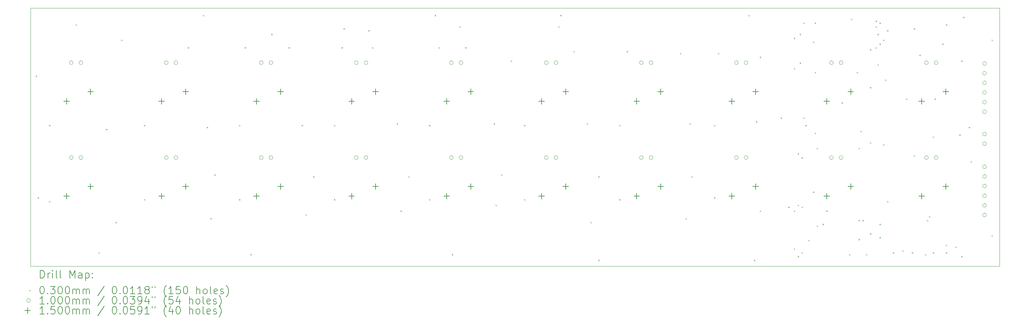
<source format=gbr>
%TF.GenerationSoftware,KiCad,Pcbnew,8.0.4*%
%TF.CreationDate,2024-09-20T17:19:15+02:00*%
%TF.ProjectId,Keys_Flash,4b657973-5f46-46c6-9173-682e6b696361,rev?*%
%TF.SameCoordinates,Original*%
%TF.FileFunction,Drillmap*%
%TF.FilePolarity,Positive*%
%FSLAX45Y45*%
G04 Gerber Fmt 4.5, Leading zero omitted, Abs format (unit mm)*
G04 Created by KiCad (PCBNEW 8.0.4) date 2024-09-20 17:19:15*
%MOMM*%
%LPD*%
G01*
G04 APERTURE LIST*
%ADD10C,0.050000*%
%ADD11C,0.200000*%
%ADD12C,0.100000*%
%ADD13C,0.150000*%
G04 APERTURE END LIST*
D10*
X27500000Y-15000000D02*
X27500000Y-8200000D01*
X27500000Y-8200000D02*
X2000000Y-8200000D01*
X2000000Y-8200000D02*
X2000000Y-15000000D01*
X2000000Y-15000000D02*
X27500000Y-15000000D01*
D11*
D12*
X2135000Y-9985000D02*
X2165000Y-10015000D01*
X2165000Y-9985000D02*
X2135000Y-10015000D01*
X2185000Y-13185000D02*
X2215000Y-13215000D01*
X2215000Y-13185000D02*
X2185000Y-13215000D01*
X2485000Y-11285000D02*
X2515000Y-11315000D01*
X2515000Y-11285000D02*
X2485000Y-11315000D01*
X2485000Y-13285000D02*
X2515000Y-13315000D01*
X2515000Y-13285000D02*
X2485000Y-13315000D01*
X3185000Y-8635000D02*
X3215000Y-8665000D01*
X3215000Y-8635000D02*
X3185000Y-8665000D01*
X3785000Y-14635000D02*
X3815000Y-14665000D01*
X3815000Y-14635000D02*
X3785000Y-14665000D01*
X3985000Y-11385000D02*
X4015000Y-11415000D01*
X4015000Y-11385000D02*
X3985000Y-11415000D01*
X4235000Y-13835000D02*
X4265000Y-13865000D01*
X4265000Y-13835000D02*
X4235000Y-13865000D01*
X4385000Y-9035000D02*
X4415000Y-9065000D01*
X4415000Y-9035000D02*
X4385000Y-9065000D01*
X4985000Y-11285000D02*
X5015000Y-11315000D01*
X5015000Y-11285000D02*
X4985000Y-11315000D01*
X4985000Y-13235000D02*
X5015000Y-13265000D01*
X5015000Y-13235000D02*
X4985000Y-13265000D01*
X6135000Y-9235000D02*
X6165000Y-9265000D01*
X6165000Y-9235000D02*
X6135000Y-9265000D01*
X6535000Y-8385000D02*
X6565000Y-8415000D01*
X6565000Y-8385000D02*
X6535000Y-8415000D01*
X6635000Y-11335000D02*
X6665000Y-11365000D01*
X6665000Y-11335000D02*
X6635000Y-11365000D01*
X6735000Y-13735000D02*
X6765000Y-13765000D01*
X6765000Y-13735000D02*
X6735000Y-13765000D01*
X6835000Y-12585000D02*
X6865000Y-12615000D01*
X6865000Y-12585000D02*
X6835000Y-12615000D01*
X7485000Y-11285000D02*
X7515000Y-11315000D01*
X7515000Y-11285000D02*
X7485000Y-11315000D01*
X7485000Y-13235000D02*
X7515000Y-13265000D01*
X7515000Y-13235000D02*
X7485000Y-13265000D01*
X7635000Y-9235000D02*
X7665000Y-9265000D01*
X7665000Y-9235000D02*
X7635000Y-9265000D01*
X7785000Y-14685000D02*
X7815000Y-14715000D01*
X7815000Y-14685000D02*
X7785000Y-14715000D01*
X8335000Y-8885000D02*
X8365000Y-8915000D01*
X8365000Y-8885000D02*
X8335000Y-8915000D01*
X8785000Y-9235000D02*
X8815000Y-9265000D01*
X8815000Y-9235000D02*
X8785000Y-9265000D01*
X9135000Y-11285000D02*
X9165000Y-11315000D01*
X9165000Y-11285000D02*
X9135000Y-11315000D01*
X9235000Y-13635000D02*
X9265000Y-13665000D01*
X9265000Y-13635000D02*
X9235000Y-13665000D01*
X9435000Y-12635000D02*
X9465000Y-12665000D01*
X9465000Y-12635000D02*
X9435000Y-12665000D01*
X9985000Y-11285000D02*
X10015000Y-11315000D01*
X10015000Y-11285000D02*
X9985000Y-11315000D01*
X9985000Y-13235000D02*
X10015000Y-13265000D01*
X10015000Y-13235000D02*
X9985000Y-13265000D01*
X10185000Y-9235000D02*
X10215000Y-9265000D01*
X10215000Y-9235000D02*
X10185000Y-9265000D01*
X10235000Y-8735000D02*
X10265000Y-8765000D01*
X10265000Y-8735000D02*
X10235000Y-8765000D01*
X10885000Y-8785000D02*
X10915000Y-8815000D01*
X10915000Y-8785000D02*
X10885000Y-8815000D01*
X10985000Y-9235000D02*
X11015000Y-9265000D01*
X11015000Y-9235000D02*
X10985000Y-9265000D01*
X11635000Y-11235000D02*
X11665000Y-11265000D01*
X11665000Y-11235000D02*
X11635000Y-11265000D01*
X11735000Y-13535000D02*
X11765000Y-13565000D01*
X11765000Y-13535000D02*
X11735000Y-13565000D01*
X11935000Y-12635000D02*
X11965000Y-12665000D01*
X11965000Y-12635000D02*
X11935000Y-12665000D01*
X12485000Y-11285000D02*
X12515000Y-11315000D01*
X12515000Y-11285000D02*
X12485000Y-11315000D01*
X12485000Y-13235000D02*
X12515000Y-13265000D01*
X12515000Y-13235000D02*
X12485000Y-13265000D01*
X12635000Y-8385000D02*
X12665000Y-8415000D01*
X12665000Y-8385000D02*
X12635000Y-8415000D01*
X12735000Y-9235000D02*
X12765000Y-9265000D01*
X12765000Y-9235000D02*
X12735000Y-9265000D01*
X13085000Y-14685000D02*
X13115000Y-14715000D01*
X13115000Y-14685000D02*
X13085000Y-14715000D01*
X13285000Y-8685000D02*
X13315000Y-8715000D01*
X13315000Y-8685000D02*
X13285000Y-8715000D01*
X13435000Y-9235000D02*
X13465000Y-9265000D01*
X13465000Y-9235000D02*
X13435000Y-9265000D01*
X14185000Y-11235000D02*
X14215000Y-11265000D01*
X14215000Y-11235000D02*
X14185000Y-11265000D01*
X14235000Y-13385000D02*
X14265000Y-13415000D01*
X14265000Y-13385000D02*
X14235000Y-13415000D01*
X14385000Y-12585000D02*
X14415000Y-12615000D01*
X14415000Y-12585000D02*
X14385000Y-12615000D01*
X14635000Y-9585000D02*
X14665000Y-9615000D01*
X14665000Y-9585000D02*
X14635000Y-9615000D01*
X14985000Y-11285000D02*
X15015000Y-11315000D01*
X15015000Y-11285000D02*
X14985000Y-11315000D01*
X14985000Y-13235000D02*
X15015000Y-13265000D01*
X15015000Y-13235000D02*
X14985000Y-13265000D01*
X15885000Y-8685000D02*
X15915000Y-8715000D01*
X15915000Y-8685000D02*
X15885000Y-8715000D01*
X15935000Y-8385000D02*
X15965000Y-8415000D01*
X15965000Y-8385000D02*
X15935000Y-8415000D01*
X16285000Y-9335000D02*
X16315000Y-9365000D01*
X16315000Y-9335000D02*
X16285000Y-9365000D01*
X16635000Y-11235000D02*
X16665000Y-11265000D01*
X16665000Y-11235000D02*
X16635000Y-11265000D01*
X16735000Y-13835000D02*
X16765000Y-13865000D01*
X16765000Y-13835000D02*
X16735000Y-13865000D01*
X16935000Y-12635000D02*
X16965000Y-12665000D01*
X16965000Y-12635000D02*
X16935000Y-12665000D01*
X16935000Y-14835000D02*
X16965000Y-14865000D01*
X16965000Y-14835000D02*
X16935000Y-14865000D01*
X17485000Y-11285000D02*
X17515000Y-11315000D01*
X17515000Y-11285000D02*
X17485000Y-11315000D01*
X17485000Y-13235000D02*
X17515000Y-13265000D01*
X17515000Y-13235000D02*
X17485000Y-13265000D01*
X17685000Y-9335000D02*
X17715000Y-9365000D01*
X17715000Y-9335000D02*
X17685000Y-9365000D01*
X19085000Y-9385000D02*
X19115000Y-9415000D01*
X19115000Y-9385000D02*
X19085000Y-9415000D01*
X19235000Y-13735000D02*
X19265000Y-13765000D01*
X19265000Y-13735000D02*
X19235000Y-13765000D01*
X19335000Y-11235000D02*
X19365000Y-11265000D01*
X19365000Y-11235000D02*
X19335000Y-11265000D01*
X19385000Y-12635000D02*
X19415000Y-12665000D01*
X19415000Y-12635000D02*
X19385000Y-12665000D01*
X19985000Y-11285000D02*
X20015000Y-11315000D01*
X20015000Y-11285000D02*
X19985000Y-11315000D01*
X19985000Y-13185000D02*
X20015000Y-13215000D01*
X20015000Y-13185000D02*
X19985000Y-13215000D01*
X20085000Y-9385000D02*
X20115000Y-9415000D01*
X20115000Y-9385000D02*
X20085000Y-9415000D01*
X20885000Y-8385000D02*
X20915000Y-8415000D01*
X20915000Y-8385000D02*
X20885000Y-8415000D01*
X21035000Y-14835000D02*
X21065000Y-14865000D01*
X21065000Y-14835000D02*
X21035000Y-14865000D01*
X21085000Y-11185000D02*
X21115000Y-11215000D01*
X21115000Y-11185000D02*
X21085000Y-11215000D01*
X21185000Y-9485000D02*
X21215000Y-9515000D01*
X21215000Y-9485000D02*
X21185000Y-9515000D01*
X21185000Y-13535000D02*
X21215000Y-13565000D01*
X21215000Y-13535000D02*
X21185000Y-13565000D01*
X21735000Y-11085000D02*
X21765000Y-11115000D01*
X21765000Y-11085000D02*
X21735000Y-11115000D01*
X21935000Y-13435000D02*
X21965000Y-13465000D01*
X21965000Y-13435000D02*
X21935000Y-13465000D01*
X22085000Y-8985000D02*
X22115000Y-9015000D01*
X22115000Y-8985000D02*
X22085000Y-9015000D01*
X22085000Y-9785000D02*
X22115000Y-9815000D01*
X22115000Y-9785000D02*
X22085000Y-9815000D01*
X22085000Y-13535000D02*
X22115000Y-13565000D01*
X22115000Y-13535000D02*
X22085000Y-13565000D01*
X22085000Y-14535000D02*
X22115000Y-14565000D01*
X22115000Y-14535000D02*
X22085000Y-14565000D01*
X22185000Y-12035000D02*
X22215000Y-12065000D01*
X22215000Y-12035000D02*
X22185000Y-12065000D01*
X22185000Y-13385000D02*
X22215000Y-13415000D01*
X22215000Y-13385000D02*
X22185000Y-13415000D01*
X22185000Y-14735000D02*
X22215000Y-14765000D01*
X22215000Y-14735000D02*
X22185000Y-14765000D01*
X22235000Y-8885000D02*
X22265000Y-8915000D01*
X22265000Y-8885000D02*
X22235000Y-8915000D01*
X22235000Y-9635000D02*
X22265000Y-9665000D01*
X22265000Y-9635000D02*
X22235000Y-9665000D01*
X22285000Y-12135000D02*
X22315000Y-12165000D01*
X22315000Y-12135000D02*
X22285000Y-12165000D01*
X22285000Y-13435000D02*
X22315000Y-13465000D01*
X22315000Y-13435000D02*
X22285000Y-13465000D01*
X22285000Y-14635000D02*
X22315000Y-14665000D01*
X22315000Y-14635000D02*
X22285000Y-14665000D01*
X22335000Y-8585000D02*
X22365000Y-8615000D01*
X22365000Y-8585000D02*
X22335000Y-8615000D01*
X22335000Y-11085000D02*
X22365000Y-11115000D01*
X22365000Y-11085000D02*
X22335000Y-11115000D01*
X22385000Y-11285000D02*
X22415000Y-11315000D01*
X22415000Y-11285000D02*
X22385000Y-11315000D01*
X22460000Y-14310000D02*
X22490000Y-14340000D01*
X22490000Y-14310000D02*
X22460000Y-14340000D01*
X22585000Y-9085000D02*
X22615000Y-9115000D01*
X22615000Y-9085000D02*
X22585000Y-9115000D01*
X22585000Y-13035000D02*
X22615000Y-13065000D01*
X22615000Y-13035000D02*
X22585000Y-13065000D01*
X22635000Y-8585000D02*
X22665000Y-8615000D01*
X22665000Y-8585000D02*
X22635000Y-8615000D01*
X22635000Y-9885000D02*
X22665000Y-9915000D01*
X22665000Y-9885000D02*
X22635000Y-9915000D01*
X22635000Y-11485000D02*
X22665000Y-11515000D01*
X22665000Y-11485000D02*
X22635000Y-11515000D01*
X22685000Y-11885000D02*
X22715000Y-11915000D01*
X22715000Y-11885000D02*
X22685000Y-11915000D01*
X22685000Y-13935000D02*
X22715000Y-13965000D01*
X22715000Y-13935000D02*
X22685000Y-13965000D01*
X22835000Y-13885000D02*
X22865000Y-13915000D01*
X22865000Y-13885000D02*
X22835000Y-13915000D01*
X22935000Y-13535000D02*
X22965000Y-13565000D01*
X22965000Y-13535000D02*
X22935000Y-13565000D01*
X23335000Y-10685000D02*
X23365000Y-10715000D01*
X23365000Y-10685000D02*
X23335000Y-10715000D01*
X23535000Y-14685000D02*
X23565000Y-14715000D01*
X23565000Y-14685000D02*
X23535000Y-14715000D01*
X23585000Y-8485000D02*
X23615000Y-8515000D01*
X23615000Y-8485000D02*
X23585000Y-8515000D01*
X23735000Y-9885000D02*
X23765000Y-9915000D01*
X23765000Y-9885000D02*
X23735000Y-9915000D01*
X23785000Y-11885000D02*
X23815000Y-11915000D01*
X23815000Y-11885000D02*
X23785000Y-11915000D01*
X23785000Y-13785000D02*
X23815000Y-13815000D01*
X23815000Y-13785000D02*
X23785000Y-13815000D01*
X23785000Y-14285000D02*
X23815000Y-14315000D01*
X23815000Y-14285000D02*
X23785000Y-14315000D01*
X23835000Y-11435000D02*
X23865000Y-11465000D01*
X23865000Y-11435000D02*
X23835000Y-11465000D01*
X23885000Y-13785000D02*
X23915000Y-13815000D01*
X23915000Y-13785000D02*
X23885000Y-13815000D01*
X23985000Y-14685000D02*
X24015000Y-14715000D01*
X24015000Y-14685000D02*
X23985000Y-14715000D01*
X24085000Y-9285000D02*
X24115000Y-9315000D01*
X24115000Y-9285000D02*
X24085000Y-9315000D01*
X24085000Y-10285000D02*
X24115000Y-10315000D01*
X24115000Y-10285000D02*
X24085000Y-10315000D01*
X24085000Y-11735000D02*
X24115000Y-11765000D01*
X24115000Y-11735000D02*
X24085000Y-11765000D01*
X24085000Y-14135000D02*
X24115000Y-14165000D01*
X24115000Y-14135000D02*
X24085000Y-14165000D01*
X24235000Y-8535000D02*
X24265000Y-8565000D01*
X24265000Y-8535000D02*
X24235000Y-8565000D01*
X24235000Y-8685000D02*
X24265000Y-8715000D01*
X24265000Y-8685000D02*
X24235000Y-8715000D01*
X24235000Y-9235000D02*
X24265000Y-9265000D01*
X24265000Y-9235000D02*
X24235000Y-9265000D01*
X24285000Y-8885000D02*
X24315000Y-8915000D01*
X24315000Y-8885000D02*
X24285000Y-8915000D01*
X24285000Y-9685000D02*
X24315000Y-9715000D01*
X24315000Y-9685000D02*
X24285000Y-9715000D01*
X24335000Y-8585000D02*
X24365000Y-8615000D01*
X24365000Y-8585000D02*
X24335000Y-8615000D01*
X24335000Y-9135000D02*
X24365000Y-9165000D01*
X24365000Y-9135000D02*
X24335000Y-9165000D01*
X24335000Y-13885000D02*
X24365000Y-13915000D01*
X24365000Y-13885000D02*
X24335000Y-13915000D01*
X24335000Y-14235000D02*
X24365000Y-14265000D01*
X24365000Y-14235000D02*
X24335000Y-14265000D01*
X24435000Y-9035000D02*
X24465000Y-9065000D01*
X24465000Y-9035000D02*
X24435000Y-9065000D01*
X24435000Y-11785000D02*
X24465000Y-11815000D01*
X24465000Y-11785000D02*
X24435000Y-11815000D01*
X24485000Y-10085000D02*
X24515000Y-10115000D01*
X24515000Y-10085000D02*
X24485000Y-10115000D01*
X24535000Y-8785000D02*
X24565000Y-8815000D01*
X24565000Y-8785000D02*
X24535000Y-8815000D01*
X24535000Y-13285000D02*
X24565000Y-13315000D01*
X24565000Y-13285000D02*
X24535000Y-13315000D01*
X24685000Y-14635000D02*
X24715000Y-14665000D01*
X24715000Y-14635000D02*
X24685000Y-14665000D01*
X24935000Y-14585000D02*
X24965000Y-14615000D01*
X24965000Y-14585000D02*
X24935000Y-14615000D01*
X25035000Y-10585000D02*
X25065000Y-10615000D01*
X25065000Y-10585000D02*
X25035000Y-10615000D01*
X25185000Y-14635000D02*
X25215000Y-14665000D01*
X25215000Y-14635000D02*
X25185000Y-14665000D01*
X25235000Y-8735000D02*
X25265000Y-8765000D01*
X25265000Y-8735000D02*
X25235000Y-8765000D01*
X25235000Y-12085000D02*
X25265000Y-12115000D01*
X25265000Y-12085000D02*
X25235000Y-12115000D01*
X25385000Y-9435000D02*
X25415000Y-9465000D01*
X25415000Y-9435000D02*
X25385000Y-9465000D01*
X25535000Y-14685000D02*
X25565000Y-14715000D01*
X25565000Y-14685000D02*
X25535000Y-14715000D01*
X25585000Y-13785000D02*
X25615000Y-13815000D01*
X25615000Y-13785000D02*
X25585000Y-13815000D01*
X25635000Y-13685000D02*
X25665000Y-13715000D01*
X25665000Y-13685000D02*
X25635000Y-13715000D01*
X25735000Y-11585000D02*
X25765000Y-11615000D01*
X25765000Y-11585000D02*
X25735000Y-11615000D01*
X25735000Y-14635000D02*
X25765000Y-14665000D01*
X25765000Y-14635000D02*
X25735000Y-14665000D01*
X25785000Y-10585000D02*
X25815000Y-10615000D01*
X25815000Y-10585000D02*
X25785000Y-10615000D01*
X25985000Y-9135000D02*
X26015000Y-9165000D01*
X26015000Y-9135000D02*
X25985000Y-9165000D01*
X26085000Y-8635000D02*
X26115000Y-8665000D01*
X26115000Y-8635000D02*
X26085000Y-8665000D01*
X26085000Y-14435000D02*
X26115000Y-14465000D01*
X26115000Y-14435000D02*
X26085000Y-14465000D01*
X26085000Y-14635000D02*
X26115000Y-14665000D01*
X26115000Y-14635000D02*
X26085000Y-14665000D01*
X26335000Y-14485000D02*
X26365000Y-14515000D01*
X26365000Y-14485000D02*
X26335000Y-14515000D01*
X26435000Y-11535000D02*
X26465000Y-11565000D01*
X26465000Y-11535000D02*
X26435000Y-11565000D01*
X26485000Y-9585000D02*
X26515000Y-9615000D01*
X26515000Y-9585000D02*
X26485000Y-9615000D01*
X26485000Y-14735000D02*
X26515000Y-14765000D01*
X26515000Y-14735000D02*
X26485000Y-14765000D01*
X26535000Y-8435000D02*
X26565000Y-8465000D01*
X26565000Y-8435000D02*
X26535000Y-8465000D01*
X26685000Y-11335000D02*
X26715000Y-11365000D01*
X26715000Y-11335000D02*
X26685000Y-11365000D01*
X26735000Y-12235000D02*
X26765000Y-12265000D01*
X26765000Y-12235000D02*
X26735000Y-12265000D01*
X27285000Y-9035000D02*
X27315000Y-9065000D01*
X27315000Y-9035000D02*
X27285000Y-9065000D01*
X27285000Y-14185000D02*
X27315000Y-14215000D01*
X27315000Y-14185000D02*
X27285000Y-14215000D01*
X3123000Y-9642000D02*
G75*
G02*
X3023000Y-9642000I-50000J0D01*
G01*
X3023000Y-9642000D02*
G75*
G02*
X3123000Y-9642000I50000J0D01*
G01*
X3123000Y-12142000D02*
G75*
G02*
X3023000Y-12142000I-50000J0D01*
G01*
X3023000Y-12142000D02*
G75*
G02*
X3123000Y-12142000I50000J0D01*
G01*
X3377000Y-9642000D02*
G75*
G02*
X3277000Y-9642000I-50000J0D01*
G01*
X3277000Y-9642000D02*
G75*
G02*
X3377000Y-9642000I50000J0D01*
G01*
X3377000Y-12142000D02*
G75*
G02*
X3277000Y-12142000I-50000J0D01*
G01*
X3277000Y-12142000D02*
G75*
G02*
X3377000Y-12142000I50000J0D01*
G01*
X5623000Y-9642000D02*
G75*
G02*
X5523000Y-9642000I-50000J0D01*
G01*
X5523000Y-9642000D02*
G75*
G02*
X5623000Y-9642000I50000J0D01*
G01*
X5623000Y-12142000D02*
G75*
G02*
X5523000Y-12142000I-50000J0D01*
G01*
X5523000Y-12142000D02*
G75*
G02*
X5623000Y-12142000I50000J0D01*
G01*
X5877000Y-9642000D02*
G75*
G02*
X5777000Y-9642000I-50000J0D01*
G01*
X5777000Y-9642000D02*
G75*
G02*
X5877000Y-9642000I50000J0D01*
G01*
X5877000Y-12142000D02*
G75*
G02*
X5777000Y-12142000I-50000J0D01*
G01*
X5777000Y-12142000D02*
G75*
G02*
X5877000Y-12142000I50000J0D01*
G01*
X8123000Y-9642000D02*
G75*
G02*
X8023000Y-9642000I-50000J0D01*
G01*
X8023000Y-9642000D02*
G75*
G02*
X8123000Y-9642000I50000J0D01*
G01*
X8123000Y-12142000D02*
G75*
G02*
X8023000Y-12142000I-50000J0D01*
G01*
X8023000Y-12142000D02*
G75*
G02*
X8123000Y-12142000I50000J0D01*
G01*
X8377000Y-9642000D02*
G75*
G02*
X8277000Y-9642000I-50000J0D01*
G01*
X8277000Y-9642000D02*
G75*
G02*
X8377000Y-9642000I50000J0D01*
G01*
X8377000Y-12142000D02*
G75*
G02*
X8277000Y-12142000I-50000J0D01*
G01*
X8277000Y-12142000D02*
G75*
G02*
X8377000Y-12142000I50000J0D01*
G01*
X10623000Y-9642000D02*
G75*
G02*
X10523000Y-9642000I-50000J0D01*
G01*
X10523000Y-9642000D02*
G75*
G02*
X10623000Y-9642000I50000J0D01*
G01*
X10623000Y-12142000D02*
G75*
G02*
X10523000Y-12142000I-50000J0D01*
G01*
X10523000Y-12142000D02*
G75*
G02*
X10623000Y-12142000I50000J0D01*
G01*
X10877000Y-9642000D02*
G75*
G02*
X10777000Y-9642000I-50000J0D01*
G01*
X10777000Y-9642000D02*
G75*
G02*
X10877000Y-9642000I50000J0D01*
G01*
X10877000Y-12142000D02*
G75*
G02*
X10777000Y-12142000I-50000J0D01*
G01*
X10777000Y-12142000D02*
G75*
G02*
X10877000Y-12142000I50000J0D01*
G01*
X13123000Y-9642000D02*
G75*
G02*
X13023000Y-9642000I-50000J0D01*
G01*
X13023000Y-9642000D02*
G75*
G02*
X13123000Y-9642000I50000J0D01*
G01*
X13123000Y-12142000D02*
G75*
G02*
X13023000Y-12142000I-50000J0D01*
G01*
X13023000Y-12142000D02*
G75*
G02*
X13123000Y-12142000I50000J0D01*
G01*
X13377000Y-9642000D02*
G75*
G02*
X13277000Y-9642000I-50000J0D01*
G01*
X13277000Y-9642000D02*
G75*
G02*
X13377000Y-9642000I50000J0D01*
G01*
X13377000Y-12142000D02*
G75*
G02*
X13277000Y-12142000I-50000J0D01*
G01*
X13277000Y-12142000D02*
G75*
G02*
X13377000Y-12142000I50000J0D01*
G01*
X15623000Y-9642000D02*
G75*
G02*
X15523000Y-9642000I-50000J0D01*
G01*
X15523000Y-9642000D02*
G75*
G02*
X15623000Y-9642000I50000J0D01*
G01*
X15623000Y-12142000D02*
G75*
G02*
X15523000Y-12142000I-50000J0D01*
G01*
X15523000Y-12142000D02*
G75*
G02*
X15623000Y-12142000I50000J0D01*
G01*
X15877000Y-9642000D02*
G75*
G02*
X15777000Y-9642000I-50000J0D01*
G01*
X15777000Y-9642000D02*
G75*
G02*
X15877000Y-9642000I50000J0D01*
G01*
X15877000Y-12142000D02*
G75*
G02*
X15777000Y-12142000I-50000J0D01*
G01*
X15777000Y-12142000D02*
G75*
G02*
X15877000Y-12142000I50000J0D01*
G01*
X18123000Y-9642000D02*
G75*
G02*
X18023000Y-9642000I-50000J0D01*
G01*
X18023000Y-9642000D02*
G75*
G02*
X18123000Y-9642000I50000J0D01*
G01*
X18123000Y-12142000D02*
G75*
G02*
X18023000Y-12142000I-50000J0D01*
G01*
X18023000Y-12142000D02*
G75*
G02*
X18123000Y-12142000I50000J0D01*
G01*
X18377000Y-9642000D02*
G75*
G02*
X18277000Y-9642000I-50000J0D01*
G01*
X18277000Y-9642000D02*
G75*
G02*
X18377000Y-9642000I50000J0D01*
G01*
X18377000Y-12142000D02*
G75*
G02*
X18277000Y-12142000I-50000J0D01*
G01*
X18277000Y-12142000D02*
G75*
G02*
X18377000Y-12142000I50000J0D01*
G01*
X20623000Y-9642000D02*
G75*
G02*
X20523000Y-9642000I-50000J0D01*
G01*
X20523000Y-9642000D02*
G75*
G02*
X20623000Y-9642000I50000J0D01*
G01*
X20623000Y-12142000D02*
G75*
G02*
X20523000Y-12142000I-50000J0D01*
G01*
X20523000Y-12142000D02*
G75*
G02*
X20623000Y-12142000I50000J0D01*
G01*
X20877000Y-9642000D02*
G75*
G02*
X20777000Y-9642000I-50000J0D01*
G01*
X20777000Y-9642000D02*
G75*
G02*
X20877000Y-9642000I50000J0D01*
G01*
X20877000Y-12142000D02*
G75*
G02*
X20777000Y-12142000I-50000J0D01*
G01*
X20777000Y-12142000D02*
G75*
G02*
X20877000Y-12142000I50000J0D01*
G01*
X23123000Y-9642000D02*
G75*
G02*
X23023000Y-9642000I-50000J0D01*
G01*
X23023000Y-9642000D02*
G75*
G02*
X23123000Y-9642000I50000J0D01*
G01*
X23123000Y-12142000D02*
G75*
G02*
X23023000Y-12142000I-50000J0D01*
G01*
X23023000Y-12142000D02*
G75*
G02*
X23123000Y-12142000I50000J0D01*
G01*
X23377000Y-9642000D02*
G75*
G02*
X23277000Y-9642000I-50000J0D01*
G01*
X23277000Y-9642000D02*
G75*
G02*
X23377000Y-9642000I50000J0D01*
G01*
X23377000Y-12142000D02*
G75*
G02*
X23277000Y-12142000I-50000J0D01*
G01*
X23277000Y-12142000D02*
G75*
G02*
X23377000Y-12142000I50000J0D01*
G01*
X25623000Y-9642000D02*
G75*
G02*
X25523000Y-9642000I-50000J0D01*
G01*
X25523000Y-9642000D02*
G75*
G02*
X25623000Y-9642000I50000J0D01*
G01*
X25623000Y-12142000D02*
G75*
G02*
X25523000Y-12142000I-50000J0D01*
G01*
X25523000Y-12142000D02*
G75*
G02*
X25623000Y-12142000I50000J0D01*
G01*
X25877000Y-9642000D02*
G75*
G02*
X25777000Y-9642000I-50000J0D01*
G01*
X25777000Y-9642000D02*
G75*
G02*
X25877000Y-9642000I50000J0D01*
G01*
X25877000Y-12142000D02*
G75*
G02*
X25777000Y-12142000I-50000J0D01*
G01*
X25777000Y-12142000D02*
G75*
G02*
X25877000Y-12142000I50000J0D01*
G01*
X27150000Y-9665000D02*
G75*
G02*
X27050000Y-9665000I-50000J0D01*
G01*
X27050000Y-9665000D02*
G75*
G02*
X27150000Y-9665000I50000J0D01*
G01*
X27150000Y-9919000D02*
G75*
G02*
X27050000Y-9919000I-50000J0D01*
G01*
X27050000Y-9919000D02*
G75*
G02*
X27150000Y-9919000I50000J0D01*
G01*
X27150000Y-10173000D02*
G75*
G02*
X27050000Y-10173000I-50000J0D01*
G01*
X27050000Y-10173000D02*
G75*
G02*
X27150000Y-10173000I50000J0D01*
G01*
X27150000Y-10427000D02*
G75*
G02*
X27050000Y-10427000I-50000J0D01*
G01*
X27050000Y-10427000D02*
G75*
G02*
X27150000Y-10427000I50000J0D01*
G01*
X27150000Y-10681000D02*
G75*
G02*
X27050000Y-10681000I-50000J0D01*
G01*
X27050000Y-10681000D02*
G75*
G02*
X27150000Y-10681000I50000J0D01*
G01*
X27150000Y-10935000D02*
G75*
G02*
X27050000Y-10935000I-50000J0D01*
G01*
X27050000Y-10935000D02*
G75*
G02*
X27150000Y-10935000I50000J0D01*
G01*
X27150000Y-11523500D02*
G75*
G02*
X27050000Y-11523500I-50000J0D01*
G01*
X27050000Y-11523500D02*
G75*
G02*
X27150000Y-11523500I50000J0D01*
G01*
X27150000Y-11777500D02*
G75*
G02*
X27050000Y-11777500I-50000J0D01*
G01*
X27050000Y-11777500D02*
G75*
G02*
X27150000Y-11777500I50000J0D01*
G01*
X27150000Y-12384000D02*
G75*
G02*
X27050000Y-12384000I-50000J0D01*
G01*
X27050000Y-12384000D02*
G75*
G02*
X27150000Y-12384000I50000J0D01*
G01*
X27150000Y-12638000D02*
G75*
G02*
X27050000Y-12638000I-50000J0D01*
G01*
X27050000Y-12638000D02*
G75*
G02*
X27150000Y-12638000I50000J0D01*
G01*
X27150000Y-12892000D02*
G75*
G02*
X27050000Y-12892000I-50000J0D01*
G01*
X27050000Y-12892000D02*
G75*
G02*
X27150000Y-12892000I50000J0D01*
G01*
X27150000Y-13146000D02*
G75*
G02*
X27050000Y-13146000I-50000J0D01*
G01*
X27050000Y-13146000D02*
G75*
G02*
X27150000Y-13146000I50000J0D01*
G01*
X27150000Y-13400000D02*
G75*
G02*
X27050000Y-13400000I-50000J0D01*
G01*
X27050000Y-13400000D02*
G75*
G02*
X27150000Y-13400000I50000J0D01*
G01*
X27150000Y-13654000D02*
G75*
G02*
X27050000Y-13654000I-50000J0D01*
G01*
X27050000Y-13654000D02*
G75*
G02*
X27150000Y-13654000I50000J0D01*
G01*
D13*
X2949000Y-10583000D02*
X2949000Y-10733000D01*
X2874000Y-10658000D02*
X3024000Y-10658000D01*
X2949000Y-13083000D02*
X2949000Y-13233000D01*
X2874000Y-13158000D02*
X3024000Y-13158000D01*
X3581000Y-10329000D02*
X3581000Y-10479000D01*
X3506000Y-10404000D02*
X3656000Y-10404000D01*
X3581000Y-12829000D02*
X3581000Y-12979000D01*
X3506000Y-12904000D02*
X3656000Y-12904000D01*
X5449000Y-10583000D02*
X5449000Y-10733000D01*
X5374000Y-10658000D02*
X5524000Y-10658000D01*
X5449000Y-13083000D02*
X5449000Y-13233000D01*
X5374000Y-13158000D02*
X5524000Y-13158000D01*
X6081000Y-10329000D02*
X6081000Y-10479000D01*
X6006000Y-10404000D02*
X6156000Y-10404000D01*
X6081000Y-12829000D02*
X6081000Y-12979000D01*
X6006000Y-12904000D02*
X6156000Y-12904000D01*
X7949000Y-10583000D02*
X7949000Y-10733000D01*
X7874000Y-10658000D02*
X8024000Y-10658000D01*
X7949000Y-13083000D02*
X7949000Y-13233000D01*
X7874000Y-13158000D02*
X8024000Y-13158000D01*
X8581000Y-10329000D02*
X8581000Y-10479000D01*
X8506000Y-10404000D02*
X8656000Y-10404000D01*
X8581000Y-12829000D02*
X8581000Y-12979000D01*
X8506000Y-12904000D02*
X8656000Y-12904000D01*
X10449000Y-10583000D02*
X10449000Y-10733000D01*
X10374000Y-10658000D02*
X10524000Y-10658000D01*
X10449000Y-13083000D02*
X10449000Y-13233000D01*
X10374000Y-13158000D02*
X10524000Y-13158000D01*
X11081000Y-10329000D02*
X11081000Y-10479000D01*
X11006000Y-10404000D02*
X11156000Y-10404000D01*
X11081000Y-12829000D02*
X11081000Y-12979000D01*
X11006000Y-12904000D02*
X11156000Y-12904000D01*
X12949000Y-10583000D02*
X12949000Y-10733000D01*
X12874000Y-10658000D02*
X13024000Y-10658000D01*
X12949000Y-13083000D02*
X12949000Y-13233000D01*
X12874000Y-13158000D02*
X13024000Y-13158000D01*
X13581000Y-10329000D02*
X13581000Y-10479000D01*
X13506000Y-10404000D02*
X13656000Y-10404000D01*
X13581000Y-12829000D02*
X13581000Y-12979000D01*
X13506000Y-12904000D02*
X13656000Y-12904000D01*
X15449000Y-10583000D02*
X15449000Y-10733000D01*
X15374000Y-10658000D02*
X15524000Y-10658000D01*
X15449000Y-13083000D02*
X15449000Y-13233000D01*
X15374000Y-13158000D02*
X15524000Y-13158000D01*
X16081000Y-10329000D02*
X16081000Y-10479000D01*
X16006000Y-10404000D02*
X16156000Y-10404000D01*
X16081000Y-12829000D02*
X16081000Y-12979000D01*
X16006000Y-12904000D02*
X16156000Y-12904000D01*
X17949000Y-10583000D02*
X17949000Y-10733000D01*
X17874000Y-10658000D02*
X18024000Y-10658000D01*
X17949000Y-13083000D02*
X17949000Y-13233000D01*
X17874000Y-13158000D02*
X18024000Y-13158000D01*
X18581000Y-10329000D02*
X18581000Y-10479000D01*
X18506000Y-10404000D02*
X18656000Y-10404000D01*
X18581000Y-12829000D02*
X18581000Y-12979000D01*
X18506000Y-12904000D02*
X18656000Y-12904000D01*
X20449000Y-10583000D02*
X20449000Y-10733000D01*
X20374000Y-10658000D02*
X20524000Y-10658000D01*
X20449000Y-13083000D02*
X20449000Y-13233000D01*
X20374000Y-13158000D02*
X20524000Y-13158000D01*
X21081000Y-10329000D02*
X21081000Y-10479000D01*
X21006000Y-10404000D02*
X21156000Y-10404000D01*
X21081000Y-12829000D02*
X21081000Y-12979000D01*
X21006000Y-12904000D02*
X21156000Y-12904000D01*
X22949000Y-10583000D02*
X22949000Y-10733000D01*
X22874000Y-10658000D02*
X23024000Y-10658000D01*
X22949000Y-13083000D02*
X22949000Y-13233000D01*
X22874000Y-13158000D02*
X23024000Y-13158000D01*
X23581000Y-10329000D02*
X23581000Y-10479000D01*
X23506000Y-10404000D02*
X23656000Y-10404000D01*
X23581000Y-12829000D02*
X23581000Y-12979000D01*
X23506000Y-12904000D02*
X23656000Y-12904000D01*
X25449000Y-10583000D02*
X25449000Y-10733000D01*
X25374000Y-10658000D02*
X25524000Y-10658000D01*
X25449000Y-13083000D02*
X25449000Y-13233000D01*
X25374000Y-13158000D02*
X25524000Y-13158000D01*
X26081000Y-10329000D02*
X26081000Y-10479000D01*
X26006000Y-10404000D02*
X26156000Y-10404000D01*
X26081000Y-12829000D02*
X26081000Y-12979000D01*
X26006000Y-12904000D02*
X26156000Y-12904000D01*
D11*
X2258277Y-15313984D02*
X2258277Y-15113984D01*
X2258277Y-15113984D02*
X2305896Y-15113984D01*
X2305896Y-15113984D02*
X2334467Y-15123508D01*
X2334467Y-15123508D02*
X2353515Y-15142555D01*
X2353515Y-15142555D02*
X2363039Y-15161603D01*
X2363039Y-15161603D02*
X2372563Y-15199698D01*
X2372563Y-15199698D02*
X2372563Y-15228269D01*
X2372563Y-15228269D02*
X2363039Y-15266365D01*
X2363039Y-15266365D02*
X2353515Y-15285412D01*
X2353515Y-15285412D02*
X2334467Y-15304460D01*
X2334467Y-15304460D02*
X2305896Y-15313984D01*
X2305896Y-15313984D02*
X2258277Y-15313984D01*
X2458277Y-15313984D02*
X2458277Y-15180650D01*
X2458277Y-15218746D02*
X2467801Y-15199698D01*
X2467801Y-15199698D02*
X2477324Y-15190174D01*
X2477324Y-15190174D02*
X2496372Y-15180650D01*
X2496372Y-15180650D02*
X2515420Y-15180650D01*
X2582086Y-15313984D02*
X2582086Y-15180650D01*
X2582086Y-15113984D02*
X2572563Y-15123508D01*
X2572563Y-15123508D02*
X2582086Y-15133031D01*
X2582086Y-15133031D02*
X2591610Y-15123508D01*
X2591610Y-15123508D02*
X2582086Y-15113984D01*
X2582086Y-15113984D02*
X2582086Y-15133031D01*
X2705896Y-15313984D02*
X2686848Y-15304460D01*
X2686848Y-15304460D02*
X2677324Y-15285412D01*
X2677324Y-15285412D02*
X2677324Y-15113984D01*
X2810658Y-15313984D02*
X2791610Y-15304460D01*
X2791610Y-15304460D02*
X2782086Y-15285412D01*
X2782086Y-15285412D02*
X2782086Y-15113984D01*
X3039229Y-15313984D02*
X3039229Y-15113984D01*
X3039229Y-15113984D02*
X3105896Y-15256841D01*
X3105896Y-15256841D02*
X3172562Y-15113984D01*
X3172562Y-15113984D02*
X3172562Y-15313984D01*
X3353515Y-15313984D02*
X3353515Y-15209222D01*
X3353515Y-15209222D02*
X3343991Y-15190174D01*
X3343991Y-15190174D02*
X3324943Y-15180650D01*
X3324943Y-15180650D02*
X3286848Y-15180650D01*
X3286848Y-15180650D02*
X3267801Y-15190174D01*
X3353515Y-15304460D02*
X3334467Y-15313984D01*
X3334467Y-15313984D02*
X3286848Y-15313984D01*
X3286848Y-15313984D02*
X3267801Y-15304460D01*
X3267801Y-15304460D02*
X3258277Y-15285412D01*
X3258277Y-15285412D02*
X3258277Y-15266365D01*
X3258277Y-15266365D02*
X3267801Y-15247317D01*
X3267801Y-15247317D02*
X3286848Y-15237793D01*
X3286848Y-15237793D02*
X3334467Y-15237793D01*
X3334467Y-15237793D02*
X3353515Y-15228269D01*
X3448753Y-15180650D02*
X3448753Y-15380650D01*
X3448753Y-15190174D02*
X3467801Y-15180650D01*
X3467801Y-15180650D02*
X3505896Y-15180650D01*
X3505896Y-15180650D02*
X3524943Y-15190174D01*
X3524943Y-15190174D02*
X3534467Y-15199698D01*
X3534467Y-15199698D02*
X3543991Y-15218746D01*
X3543991Y-15218746D02*
X3543991Y-15275888D01*
X3543991Y-15275888D02*
X3534467Y-15294936D01*
X3534467Y-15294936D02*
X3524943Y-15304460D01*
X3524943Y-15304460D02*
X3505896Y-15313984D01*
X3505896Y-15313984D02*
X3467801Y-15313984D01*
X3467801Y-15313984D02*
X3448753Y-15304460D01*
X3629705Y-15294936D02*
X3639229Y-15304460D01*
X3639229Y-15304460D02*
X3629705Y-15313984D01*
X3629705Y-15313984D02*
X3620182Y-15304460D01*
X3620182Y-15304460D02*
X3629705Y-15294936D01*
X3629705Y-15294936D02*
X3629705Y-15313984D01*
X3629705Y-15190174D02*
X3639229Y-15199698D01*
X3639229Y-15199698D02*
X3629705Y-15209222D01*
X3629705Y-15209222D02*
X3620182Y-15199698D01*
X3620182Y-15199698D02*
X3629705Y-15190174D01*
X3629705Y-15190174D02*
X3629705Y-15209222D01*
D12*
X1967500Y-15627500D02*
X1997500Y-15657500D01*
X1997500Y-15627500D02*
X1967500Y-15657500D01*
D11*
X2296372Y-15533984D02*
X2315420Y-15533984D01*
X2315420Y-15533984D02*
X2334467Y-15543508D01*
X2334467Y-15543508D02*
X2343991Y-15553031D01*
X2343991Y-15553031D02*
X2353515Y-15572079D01*
X2353515Y-15572079D02*
X2363039Y-15610174D01*
X2363039Y-15610174D02*
X2363039Y-15657793D01*
X2363039Y-15657793D02*
X2353515Y-15695888D01*
X2353515Y-15695888D02*
X2343991Y-15714936D01*
X2343991Y-15714936D02*
X2334467Y-15724460D01*
X2334467Y-15724460D02*
X2315420Y-15733984D01*
X2315420Y-15733984D02*
X2296372Y-15733984D01*
X2296372Y-15733984D02*
X2277324Y-15724460D01*
X2277324Y-15724460D02*
X2267801Y-15714936D01*
X2267801Y-15714936D02*
X2258277Y-15695888D01*
X2258277Y-15695888D02*
X2248753Y-15657793D01*
X2248753Y-15657793D02*
X2248753Y-15610174D01*
X2248753Y-15610174D02*
X2258277Y-15572079D01*
X2258277Y-15572079D02*
X2267801Y-15553031D01*
X2267801Y-15553031D02*
X2277324Y-15543508D01*
X2277324Y-15543508D02*
X2296372Y-15533984D01*
X2448753Y-15714936D02*
X2458277Y-15724460D01*
X2458277Y-15724460D02*
X2448753Y-15733984D01*
X2448753Y-15733984D02*
X2439229Y-15724460D01*
X2439229Y-15724460D02*
X2448753Y-15714936D01*
X2448753Y-15714936D02*
X2448753Y-15733984D01*
X2524944Y-15533984D02*
X2648753Y-15533984D01*
X2648753Y-15533984D02*
X2582086Y-15610174D01*
X2582086Y-15610174D02*
X2610658Y-15610174D01*
X2610658Y-15610174D02*
X2629705Y-15619698D01*
X2629705Y-15619698D02*
X2639229Y-15629222D01*
X2639229Y-15629222D02*
X2648753Y-15648269D01*
X2648753Y-15648269D02*
X2648753Y-15695888D01*
X2648753Y-15695888D02*
X2639229Y-15714936D01*
X2639229Y-15714936D02*
X2629705Y-15724460D01*
X2629705Y-15724460D02*
X2610658Y-15733984D01*
X2610658Y-15733984D02*
X2553515Y-15733984D01*
X2553515Y-15733984D02*
X2534467Y-15724460D01*
X2534467Y-15724460D02*
X2524944Y-15714936D01*
X2772563Y-15533984D02*
X2791610Y-15533984D01*
X2791610Y-15533984D02*
X2810658Y-15543508D01*
X2810658Y-15543508D02*
X2820182Y-15553031D01*
X2820182Y-15553031D02*
X2829705Y-15572079D01*
X2829705Y-15572079D02*
X2839229Y-15610174D01*
X2839229Y-15610174D02*
X2839229Y-15657793D01*
X2839229Y-15657793D02*
X2829705Y-15695888D01*
X2829705Y-15695888D02*
X2820182Y-15714936D01*
X2820182Y-15714936D02*
X2810658Y-15724460D01*
X2810658Y-15724460D02*
X2791610Y-15733984D01*
X2791610Y-15733984D02*
X2772563Y-15733984D01*
X2772563Y-15733984D02*
X2753515Y-15724460D01*
X2753515Y-15724460D02*
X2743991Y-15714936D01*
X2743991Y-15714936D02*
X2734467Y-15695888D01*
X2734467Y-15695888D02*
X2724944Y-15657793D01*
X2724944Y-15657793D02*
X2724944Y-15610174D01*
X2724944Y-15610174D02*
X2734467Y-15572079D01*
X2734467Y-15572079D02*
X2743991Y-15553031D01*
X2743991Y-15553031D02*
X2753515Y-15543508D01*
X2753515Y-15543508D02*
X2772563Y-15533984D01*
X2963039Y-15533984D02*
X2982086Y-15533984D01*
X2982086Y-15533984D02*
X3001134Y-15543508D01*
X3001134Y-15543508D02*
X3010658Y-15553031D01*
X3010658Y-15553031D02*
X3020182Y-15572079D01*
X3020182Y-15572079D02*
X3029705Y-15610174D01*
X3029705Y-15610174D02*
X3029705Y-15657793D01*
X3029705Y-15657793D02*
X3020182Y-15695888D01*
X3020182Y-15695888D02*
X3010658Y-15714936D01*
X3010658Y-15714936D02*
X3001134Y-15724460D01*
X3001134Y-15724460D02*
X2982086Y-15733984D01*
X2982086Y-15733984D02*
X2963039Y-15733984D01*
X2963039Y-15733984D02*
X2943991Y-15724460D01*
X2943991Y-15724460D02*
X2934467Y-15714936D01*
X2934467Y-15714936D02*
X2924943Y-15695888D01*
X2924943Y-15695888D02*
X2915420Y-15657793D01*
X2915420Y-15657793D02*
X2915420Y-15610174D01*
X2915420Y-15610174D02*
X2924943Y-15572079D01*
X2924943Y-15572079D02*
X2934467Y-15553031D01*
X2934467Y-15553031D02*
X2943991Y-15543508D01*
X2943991Y-15543508D02*
X2963039Y-15533984D01*
X3115420Y-15733984D02*
X3115420Y-15600650D01*
X3115420Y-15619698D02*
X3124943Y-15610174D01*
X3124943Y-15610174D02*
X3143991Y-15600650D01*
X3143991Y-15600650D02*
X3172563Y-15600650D01*
X3172563Y-15600650D02*
X3191610Y-15610174D01*
X3191610Y-15610174D02*
X3201134Y-15629222D01*
X3201134Y-15629222D02*
X3201134Y-15733984D01*
X3201134Y-15629222D02*
X3210658Y-15610174D01*
X3210658Y-15610174D02*
X3229705Y-15600650D01*
X3229705Y-15600650D02*
X3258277Y-15600650D01*
X3258277Y-15600650D02*
X3277324Y-15610174D01*
X3277324Y-15610174D02*
X3286848Y-15629222D01*
X3286848Y-15629222D02*
X3286848Y-15733984D01*
X3382086Y-15733984D02*
X3382086Y-15600650D01*
X3382086Y-15619698D02*
X3391610Y-15610174D01*
X3391610Y-15610174D02*
X3410658Y-15600650D01*
X3410658Y-15600650D02*
X3439229Y-15600650D01*
X3439229Y-15600650D02*
X3458277Y-15610174D01*
X3458277Y-15610174D02*
X3467801Y-15629222D01*
X3467801Y-15629222D02*
X3467801Y-15733984D01*
X3467801Y-15629222D02*
X3477324Y-15610174D01*
X3477324Y-15610174D02*
X3496372Y-15600650D01*
X3496372Y-15600650D02*
X3524943Y-15600650D01*
X3524943Y-15600650D02*
X3543991Y-15610174D01*
X3543991Y-15610174D02*
X3553515Y-15629222D01*
X3553515Y-15629222D02*
X3553515Y-15733984D01*
X3943991Y-15524460D02*
X3772563Y-15781603D01*
X4201134Y-15533984D02*
X4220182Y-15533984D01*
X4220182Y-15533984D02*
X4239229Y-15543508D01*
X4239229Y-15543508D02*
X4248753Y-15553031D01*
X4248753Y-15553031D02*
X4258277Y-15572079D01*
X4258277Y-15572079D02*
X4267801Y-15610174D01*
X4267801Y-15610174D02*
X4267801Y-15657793D01*
X4267801Y-15657793D02*
X4258277Y-15695888D01*
X4258277Y-15695888D02*
X4248753Y-15714936D01*
X4248753Y-15714936D02*
X4239229Y-15724460D01*
X4239229Y-15724460D02*
X4220182Y-15733984D01*
X4220182Y-15733984D02*
X4201134Y-15733984D01*
X4201134Y-15733984D02*
X4182086Y-15724460D01*
X4182086Y-15724460D02*
X4172563Y-15714936D01*
X4172563Y-15714936D02*
X4163039Y-15695888D01*
X4163039Y-15695888D02*
X4153515Y-15657793D01*
X4153515Y-15657793D02*
X4153515Y-15610174D01*
X4153515Y-15610174D02*
X4163039Y-15572079D01*
X4163039Y-15572079D02*
X4172563Y-15553031D01*
X4172563Y-15553031D02*
X4182086Y-15543508D01*
X4182086Y-15543508D02*
X4201134Y-15533984D01*
X4353515Y-15714936D02*
X4363039Y-15724460D01*
X4363039Y-15724460D02*
X4353515Y-15733984D01*
X4353515Y-15733984D02*
X4343991Y-15724460D01*
X4343991Y-15724460D02*
X4353515Y-15714936D01*
X4353515Y-15714936D02*
X4353515Y-15733984D01*
X4486848Y-15533984D02*
X4505896Y-15533984D01*
X4505896Y-15533984D02*
X4524944Y-15543508D01*
X4524944Y-15543508D02*
X4534468Y-15553031D01*
X4534468Y-15553031D02*
X4543991Y-15572079D01*
X4543991Y-15572079D02*
X4553515Y-15610174D01*
X4553515Y-15610174D02*
X4553515Y-15657793D01*
X4553515Y-15657793D02*
X4543991Y-15695888D01*
X4543991Y-15695888D02*
X4534468Y-15714936D01*
X4534468Y-15714936D02*
X4524944Y-15724460D01*
X4524944Y-15724460D02*
X4505896Y-15733984D01*
X4505896Y-15733984D02*
X4486848Y-15733984D01*
X4486848Y-15733984D02*
X4467801Y-15724460D01*
X4467801Y-15724460D02*
X4458277Y-15714936D01*
X4458277Y-15714936D02*
X4448753Y-15695888D01*
X4448753Y-15695888D02*
X4439229Y-15657793D01*
X4439229Y-15657793D02*
X4439229Y-15610174D01*
X4439229Y-15610174D02*
X4448753Y-15572079D01*
X4448753Y-15572079D02*
X4458277Y-15553031D01*
X4458277Y-15553031D02*
X4467801Y-15543508D01*
X4467801Y-15543508D02*
X4486848Y-15533984D01*
X4743991Y-15733984D02*
X4629706Y-15733984D01*
X4686848Y-15733984D02*
X4686848Y-15533984D01*
X4686848Y-15533984D02*
X4667801Y-15562555D01*
X4667801Y-15562555D02*
X4648753Y-15581603D01*
X4648753Y-15581603D02*
X4629706Y-15591127D01*
X4934468Y-15733984D02*
X4820182Y-15733984D01*
X4877325Y-15733984D02*
X4877325Y-15533984D01*
X4877325Y-15533984D02*
X4858277Y-15562555D01*
X4858277Y-15562555D02*
X4839229Y-15581603D01*
X4839229Y-15581603D02*
X4820182Y-15591127D01*
X5048753Y-15619698D02*
X5029706Y-15610174D01*
X5029706Y-15610174D02*
X5020182Y-15600650D01*
X5020182Y-15600650D02*
X5010658Y-15581603D01*
X5010658Y-15581603D02*
X5010658Y-15572079D01*
X5010658Y-15572079D02*
X5020182Y-15553031D01*
X5020182Y-15553031D02*
X5029706Y-15543508D01*
X5029706Y-15543508D02*
X5048753Y-15533984D01*
X5048753Y-15533984D02*
X5086849Y-15533984D01*
X5086849Y-15533984D02*
X5105896Y-15543508D01*
X5105896Y-15543508D02*
X5115420Y-15553031D01*
X5115420Y-15553031D02*
X5124944Y-15572079D01*
X5124944Y-15572079D02*
X5124944Y-15581603D01*
X5124944Y-15581603D02*
X5115420Y-15600650D01*
X5115420Y-15600650D02*
X5105896Y-15610174D01*
X5105896Y-15610174D02*
X5086849Y-15619698D01*
X5086849Y-15619698D02*
X5048753Y-15619698D01*
X5048753Y-15619698D02*
X5029706Y-15629222D01*
X5029706Y-15629222D02*
X5020182Y-15638746D01*
X5020182Y-15638746D02*
X5010658Y-15657793D01*
X5010658Y-15657793D02*
X5010658Y-15695888D01*
X5010658Y-15695888D02*
X5020182Y-15714936D01*
X5020182Y-15714936D02*
X5029706Y-15724460D01*
X5029706Y-15724460D02*
X5048753Y-15733984D01*
X5048753Y-15733984D02*
X5086849Y-15733984D01*
X5086849Y-15733984D02*
X5105896Y-15724460D01*
X5105896Y-15724460D02*
X5115420Y-15714936D01*
X5115420Y-15714936D02*
X5124944Y-15695888D01*
X5124944Y-15695888D02*
X5124944Y-15657793D01*
X5124944Y-15657793D02*
X5115420Y-15638746D01*
X5115420Y-15638746D02*
X5105896Y-15629222D01*
X5105896Y-15629222D02*
X5086849Y-15619698D01*
X5201134Y-15533984D02*
X5201134Y-15572079D01*
X5277325Y-15533984D02*
X5277325Y-15572079D01*
X5572563Y-15810174D02*
X5563039Y-15800650D01*
X5563039Y-15800650D02*
X5543991Y-15772079D01*
X5543991Y-15772079D02*
X5534468Y-15753031D01*
X5534468Y-15753031D02*
X5524944Y-15724460D01*
X5524944Y-15724460D02*
X5515420Y-15676841D01*
X5515420Y-15676841D02*
X5515420Y-15638746D01*
X5515420Y-15638746D02*
X5524944Y-15591127D01*
X5524944Y-15591127D02*
X5534468Y-15562555D01*
X5534468Y-15562555D02*
X5543991Y-15543508D01*
X5543991Y-15543508D02*
X5563039Y-15514936D01*
X5563039Y-15514936D02*
X5572563Y-15505412D01*
X5753515Y-15733984D02*
X5639229Y-15733984D01*
X5696372Y-15733984D02*
X5696372Y-15533984D01*
X5696372Y-15533984D02*
X5677325Y-15562555D01*
X5677325Y-15562555D02*
X5658277Y-15581603D01*
X5658277Y-15581603D02*
X5639229Y-15591127D01*
X5934468Y-15533984D02*
X5839229Y-15533984D01*
X5839229Y-15533984D02*
X5829706Y-15629222D01*
X5829706Y-15629222D02*
X5839229Y-15619698D01*
X5839229Y-15619698D02*
X5858277Y-15610174D01*
X5858277Y-15610174D02*
X5905896Y-15610174D01*
X5905896Y-15610174D02*
X5924944Y-15619698D01*
X5924944Y-15619698D02*
X5934468Y-15629222D01*
X5934468Y-15629222D02*
X5943991Y-15648269D01*
X5943991Y-15648269D02*
X5943991Y-15695888D01*
X5943991Y-15695888D02*
X5934468Y-15714936D01*
X5934468Y-15714936D02*
X5924944Y-15724460D01*
X5924944Y-15724460D02*
X5905896Y-15733984D01*
X5905896Y-15733984D02*
X5858277Y-15733984D01*
X5858277Y-15733984D02*
X5839229Y-15724460D01*
X5839229Y-15724460D02*
X5829706Y-15714936D01*
X6067801Y-15533984D02*
X6086849Y-15533984D01*
X6086849Y-15533984D02*
X6105896Y-15543508D01*
X6105896Y-15543508D02*
X6115420Y-15553031D01*
X6115420Y-15553031D02*
X6124944Y-15572079D01*
X6124944Y-15572079D02*
X6134468Y-15610174D01*
X6134468Y-15610174D02*
X6134468Y-15657793D01*
X6134468Y-15657793D02*
X6124944Y-15695888D01*
X6124944Y-15695888D02*
X6115420Y-15714936D01*
X6115420Y-15714936D02*
X6105896Y-15724460D01*
X6105896Y-15724460D02*
X6086849Y-15733984D01*
X6086849Y-15733984D02*
X6067801Y-15733984D01*
X6067801Y-15733984D02*
X6048753Y-15724460D01*
X6048753Y-15724460D02*
X6039229Y-15714936D01*
X6039229Y-15714936D02*
X6029706Y-15695888D01*
X6029706Y-15695888D02*
X6020182Y-15657793D01*
X6020182Y-15657793D02*
X6020182Y-15610174D01*
X6020182Y-15610174D02*
X6029706Y-15572079D01*
X6029706Y-15572079D02*
X6039229Y-15553031D01*
X6039229Y-15553031D02*
X6048753Y-15543508D01*
X6048753Y-15543508D02*
X6067801Y-15533984D01*
X6372563Y-15733984D02*
X6372563Y-15533984D01*
X6458277Y-15733984D02*
X6458277Y-15629222D01*
X6458277Y-15629222D02*
X6448753Y-15610174D01*
X6448753Y-15610174D02*
X6429706Y-15600650D01*
X6429706Y-15600650D02*
X6401134Y-15600650D01*
X6401134Y-15600650D02*
X6382087Y-15610174D01*
X6382087Y-15610174D02*
X6372563Y-15619698D01*
X6582087Y-15733984D02*
X6563039Y-15724460D01*
X6563039Y-15724460D02*
X6553515Y-15714936D01*
X6553515Y-15714936D02*
X6543991Y-15695888D01*
X6543991Y-15695888D02*
X6543991Y-15638746D01*
X6543991Y-15638746D02*
X6553515Y-15619698D01*
X6553515Y-15619698D02*
X6563039Y-15610174D01*
X6563039Y-15610174D02*
X6582087Y-15600650D01*
X6582087Y-15600650D02*
X6610658Y-15600650D01*
X6610658Y-15600650D02*
X6629706Y-15610174D01*
X6629706Y-15610174D02*
X6639230Y-15619698D01*
X6639230Y-15619698D02*
X6648753Y-15638746D01*
X6648753Y-15638746D02*
X6648753Y-15695888D01*
X6648753Y-15695888D02*
X6639230Y-15714936D01*
X6639230Y-15714936D02*
X6629706Y-15724460D01*
X6629706Y-15724460D02*
X6610658Y-15733984D01*
X6610658Y-15733984D02*
X6582087Y-15733984D01*
X6763039Y-15733984D02*
X6743991Y-15724460D01*
X6743991Y-15724460D02*
X6734468Y-15705412D01*
X6734468Y-15705412D02*
X6734468Y-15533984D01*
X6915420Y-15724460D02*
X6896372Y-15733984D01*
X6896372Y-15733984D02*
X6858277Y-15733984D01*
X6858277Y-15733984D02*
X6839230Y-15724460D01*
X6839230Y-15724460D02*
X6829706Y-15705412D01*
X6829706Y-15705412D02*
X6829706Y-15629222D01*
X6829706Y-15629222D02*
X6839230Y-15610174D01*
X6839230Y-15610174D02*
X6858277Y-15600650D01*
X6858277Y-15600650D02*
X6896372Y-15600650D01*
X6896372Y-15600650D02*
X6915420Y-15610174D01*
X6915420Y-15610174D02*
X6924944Y-15629222D01*
X6924944Y-15629222D02*
X6924944Y-15648269D01*
X6924944Y-15648269D02*
X6829706Y-15667317D01*
X7001134Y-15724460D02*
X7020182Y-15733984D01*
X7020182Y-15733984D02*
X7058277Y-15733984D01*
X7058277Y-15733984D02*
X7077325Y-15724460D01*
X7077325Y-15724460D02*
X7086849Y-15705412D01*
X7086849Y-15705412D02*
X7086849Y-15695888D01*
X7086849Y-15695888D02*
X7077325Y-15676841D01*
X7077325Y-15676841D02*
X7058277Y-15667317D01*
X7058277Y-15667317D02*
X7029706Y-15667317D01*
X7029706Y-15667317D02*
X7010658Y-15657793D01*
X7010658Y-15657793D02*
X7001134Y-15638746D01*
X7001134Y-15638746D02*
X7001134Y-15629222D01*
X7001134Y-15629222D02*
X7010658Y-15610174D01*
X7010658Y-15610174D02*
X7029706Y-15600650D01*
X7029706Y-15600650D02*
X7058277Y-15600650D01*
X7058277Y-15600650D02*
X7077325Y-15610174D01*
X7153515Y-15810174D02*
X7163039Y-15800650D01*
X7163039Y-15800650D02*
X7182087Y-15772079D01*
X7182087Y-15772079D02*
X7191611Y-15753031D01*
X7191611Y-15753031D02*
X7201134Y-15724460D01*
X7201134Y-15724460D02*
X7210658Y-15676841D01*
X7210658Y-15676841D02*
X7210658Y-15638746D01*
X7210658Y-15638746D02*
X7201134Y-15591127D01*
X7201134Y-15591127D02*
X7191611Y-15562555D01*
X7191611Y-15562555D02*
X7182087Y-15543508D01*
X7182087Y-15543508D02*
X7163039Y-15514936D01*
X7163039Y-15514936D02*
X7153515Y-15505412D01*
D12*
X1997500Y-15906500D02*
G75*
G02*
X1897500Y-15906500I-50000J0D01*
G01*
X1897500Y-15906500D02*
G75*
G02*
X1997500Y-15906500I50000J0D01*
G01*
D11*
X2363039Y-15997984D02*
X2248753Y-15997984D01*
X2305896Y-15997984D02*
X2305896Y-15797984D01*
X2305896Y-15797984D02*
X2286848Y-15826555D01*
X2286848Y-15826555D02*
X2267801Y-15845603D01*
X2267801Y-15845603D02*
X2248753Y-15855127D01*
X2448753Y-15978936D02*
X2458277Y-15988460D01*
X2458277Y-15988460D02*
X2448753Y-15997984D01*
X2448753Y-15997984D02*
X2439229Y-15988460D01*
X2439229Y-15988460D02*
X2448753Y-15978936D01*
X2448753Y-15978936D02*
X2448753Y-15997984D01*
X2582086Y-15797984D02*
X2601134Y-15797984D01*
X2601134Y-15797984D02*
X2620182Y-15807508D01*
X2620182Y-15807508D02*
X2629705Y-15817031D01*
X2629705Y-15817031D02*
X2639229Y-15836079D01*
X2639229Y-15836079D02*
X2648753Y-15874174D01*
X2648753Y-15874174D02*
X2648753Y-15921793D01*
X2648753Y-15921793D02*
X2639229Y-15959888D01*
X2639229Y-15959888D02*
X2629705Y-15978936D01*
X2629705Y-15978936D02*
X2620182Y-15988460D01*
X2620182Y-15988460D02*
X2601134Y-15997984D01*
X2601134Y-15997984D02*
X2582086Y-15997984D01*
X2582086Y-15997984D02*
X2563039Y-15988460D01*
X2563039Y-15988460D02*
X2553515Y-15978936D01*
X2553515Y-15978936D02*
X2543991Y-15959888D01*
X2543991Y-15959888D02*
X2534467Y-15921793D01*
X2534467Y-15921793D02*
X2534467Y-15874174D01*
X2534467Y-15874174D02*
X2543991Y-15836079D01*
X2543991Y-15836079D02*
X2553515Y-15817031D01*
X2553515Y-15817031D02*
X2563039Y-15807508D01*
X2563039Y-15807508D02*
X2582086Y-15797984D01*
X2772563Y-15797984D02*
X2791610Y-15797984D01*
X2791610Y-15797984D02*
X2810658Y-15807508D01*
X2810658Y-15807508D02*
X2820182Y-15817031D01*
X2820182Y-15817031D02*
X2829705Y-15836079D01*
X2829705Y-15836079D02*
X2839229Y-15874174D01*
X2839229Y-15874174D02*
X2839229Y-15921793D01*
X2839229Y-15921793D02*
X2829705Y-15959888D01*
X2829705Y-15959888D02*
X2820182Y-15978936D01*
X2820182Y-15978936D02*
X2810658Y-15988460D01*
X2810658Y-15988460D02*
X2791610Y-15997984D01*
X2791610Y-15997984D02*
X2772563Y-15997984D01*
X2772563Y-15997984D02*
X2753515Y-15988460D01*
X2753515Y-15988460D02*
X2743991Y-15978936D01*
X2743991Y-15978936D02*
X2734467Y-15959888D01*
X2734467Y-15959888D02*
X2724944Y-15921793D01*
X2724944Y-15921793D02*
X2724944Y-15874174D01*
X2724944Y-15874174D02*
X2734467Y-15836079D01*
X2734467Y-15836079D02*
X2743991Y-15817031D01*
X2743991Y-15817031D02*
X2753515Y-15807508D01*
X2753515Y-15807508D02*
X2772563Y-15797984D01*
X2963039Y-15797984D02*
X2982086Y-15797984D01*
X2982086Y-15797984D02*
X3001134Y-15807508D01*
X3001134Y-15807508D02*
X3010658Y-15817031D01*
X3010658Y-15817031D02*
X3020182Y-15836079D01*
X3020182Y-15836079D02*
X3029705Y-15874174D01*
X3029705Y-15874174D02*
X3029705Y-15921793D01*
X3029705Y-15921793D02*
X3020182Y-15959888D01*
X3020182Y-15959888D02*
X3010658Y-15978936D01*
X3010658Y-15978936D02*
X3001134Y-15988460D01*
X3001134Y-15988460D02*
X2982086Y-15997984D01*
X2982086Y-15997984D02*
X2963039Y-15997984D01*
X2963039Y-15997984D02*
X2943991Y-15988460D01*
X2943991Y-15988460D02*
X2934467Y-15978936D01*
X2934467Y-15978936D02*
X2924943Y-15959888D01*
X2924943Y-15959888D02*
X2915420Y-15921793D01*
X2915420Y-15921793D02*
X2915420Y-15874174D01*
X2915420Y-15874174D02*
X2924943Y-15836079D01*
X2924943Y-15836079D02*
X2934467Y-15817031D01*
X2934467Y-15817031D02*
X2943991Y-15807508D01*
X2943991Y-15807508D02*
X2963039Y-15797984D01*
X3115420Y-15997984D02*
X3115420Y-15864650D01*
X3115420Y-15883698D02*
X3124943Y-15874174D01*
X3124943Y-15874174D02*
X3143991Y-15864650D01*
X3143991Y-15864650D02*
X3172563Y-15864650D01*
X3172563Y-15864650D02*
X3191610Y-15874174D01*
X3191610Y-15874174D02*
X3201134Y-15893222D01*
X3201134Y-15893222D02*
X3201134Y-15997984D01*
X3201134Y-15893222D02*
X3210658Y-15874174D01*
X3210658Y-15874174D02*
X3229705Y-15864650D01*
X3229705Y-15864650D02*
X3258277Y-15864650D01*
X3258277Y-15864650D02*
X3277324Y-15874174D01*
X3277324Y-15874174D02*
X3286848Y-15893222D01*
X3286848Y-15893222D02*
X3286848Y-15997984D01*
X3382086Y-15997984D02*
X3382086Y-15864650D01*
X3382086Y-15883698D02*
X3391610Y-15874174D01*
X3391610Y-15874174D02*
X3410658Y-15864650D01*
X3410658Y-15864650D02*
X3439229Y-15864650D01*
X3439229Y-15864650D02*
X3458277Y-15874174D01*
X3458277Y-15874174D02*
X3467801Y-15893222D01*
X3467801Y-15893222D02*
X3467801Y-15997984D01*
X3467801Y-15893222D02*
X3477324Y-15874174D01*
X3477324Y-15874174D02*
X3496372Y-15864650D01*
X3496372Y-15864650D02*
X3524943Y-15864650D01*
X3524943Y-15864650D02*
X3543991Y-15874174D01*
X3543991Y-15874174D02*
X3553515Y-15893222D01*
X3553515Y-15893222D02*
X3553515Y-15997984D01*
X3943991Y-15788460D02*
X3772563Y-16045603D01*
X4201134Y-15797984D02*
X4220182Y-15797984D01*
X4220182Y-15797984D02*
X4239229Y-15807508D01*
X4239229Y-15807508D02*
X4248753Y-15817031D01*
X4248753Y-15817031D02*
X4258277Y-15836079D01*
X4258277Y-15836079D02*
X4267801Y-15874174D01*
X4267801Y-15874174D02*
X4267801Y-15921793D01*
X4267801Y-15921793D02*
X4258277Y-15959888D01*
X4258277Y-15959888D02*
X4248753Y-15978936D01*
X4248753Y-15978936D02*
X4239229Y-15988460D01*
X4239229Y-15988460D02*
X4220182Y-15997984D01*
X4220182Y-15997984D02*
X4201134Y-15997984D01*
X4201134Y-15997984D02*
X4182086Y-15988460D01*
X4182086Y-15988460D02*
X4172563Y-15978936D01*
X4172563Y-15978936D02*
X4163039Y-15959888D01*
X4163039Y-15959888D02*
X4153515Y-15921793D01*
X4153515Y-15921793D02*
X4153515Y-15874174D01*
X4153515Y-15874174D02*
X4163039Y-15836079D01*
X4163039Y-15836079D02*
X4172563Y-15817031D01*
X4172563Y-15817031D02*
X4182086Y-15807508D01*
X4182086Y-15807508D02*
X4201134Y-15797984D01*
X4353515Y-15978936D02*
X4363039Y-15988460D01*
X4363039Y-15988460D02*
X4353515Y-15997984D01*
X4353515Y-15997984D02*
X4343991Y-15988460D01*
X4343991Y-15988460D02*
X4353515Y-15978936D01*
X4353515Y-15978936D02*
X4353515Y-15997984D01*
X4486848Y-15797984D02*
X4505896Y-15797984D01*
X4505896Y-15797984D02*
X4524944Y-15807508D01*
X4524944Y-15807508D02*
X4534468Y-15817031D01*
X4534468Y-15817031D02*
X4543991Y-15836079D01*
X4543991Y-15836079D02*
X4553515Y-15874174D01*
X4553515Y-15874174D02*
X4553515Y-15921793D01*
X4553515Y-15921793D02*
X4543991Y-15959888D01*
X4543991Y-15959888D02*
X4534468Y-15978936D01*
X4534468Y-15978936D02*
X4524944Y-15988460D01*
X4524944Y-15988460D02*
X4505896Y-15997984D01*
X4505896Y-15997984D02*
X4486848Y-15997984D01*
X4486848Y-15997984D02*
X4467801Y-15988460D01*
X4467801Y-15988460D02*
X4458277Y-15978936D01*
X4458277Y-15978936D02*
X4448753Y-15959888D01*
X4448753Y-15959888D02*
X4439229Y-15921793D01*
X4439229Y-15921793D02*
X4439229Y-15874174D01*
X4439229Y-15874174D02*
X4448753Y-15836079D01*
X4448753Y-15836079D02*
X4458277Y-15817031D01*
X4458277Y-15817031D02*
X4467801Y-15807508D01*
X4467801Y-15807508D02*
X4486848Y-15797984D01*
X4620182Y-15797984D02*
X4743991Y-15797984D01*
X4743991Y-15797984D02*
X4677325Y-15874174D01*
X4677325Y-15874174D02*
X4705896Y-15874174D01*
X4705896Y-15874174D02*
X4724944Y-15883698D01*
X4724944Y-15883698D02*
X4734468Y-15893222D01*
X4734468Y-15893222D02*
X4743991Y-15912269D01*
X4743991Y-15912269D02*
X4743991Y-15959888D01*
X4743991Y-15959888D02*
X4734468Y-15978936D01*
X4734468Y-15978936D02*
X4724944Y-15988460D01*
X4724944Y-15988460D02*
X4705896Y-15997984D01*
X4705896Y-15997984D02*
X4648753Y-15997984D01*
X4648753Y-15997984D02*
X4629706Y-15988460D01*
X4629706Y-15988460D02*
X4620182Y-15978936D01*
X4839229Y-15997984D02*
X4877325Y-15997984D01*
X4877325Y-15997984D02*
X4896372Y-15988460D01*
X4896372Y-15988460D02*
X4905896Y-15978936D01*
X4905896Y-15978936D02*
X4924944Y-15950365D01*
X4924944Y-15950365D02*
X4934468Y-15912269D01*
X4934468Y-15912269D02*
X4934468Y-15836079D01*
X4934468Y-15836079D02*
X4924944Y-15817031D01*
X4924944Y-15817031D02*
X4915420Y-15807508D01*
X4915420Y-15807508D02*
X4896372Y-15797984D01*
X4896372Y-15797984D02*
X4858277Y-15797984D01*
X4858277Y-15797984D02*
X4839229Y-15807508D01*
X4839229Y-15807508D02*
X4829706Y-15817031D01*
X4829706Y-15817031D02*
X4820182Y-15836079D01*
X4820182Y-15836079D02*
X4820182Y-15883698D01*
X4820182Y-15883698D02*
X4829706Y-15902746D01*
X4829706Y-15902746D02*
X4839229Y-15912269D01*
X4839229Y-15912269D02*
X4858277Y-15921793D01*
X4858277Y-15921793D02*
X4896372Y-15921793D01*
X4896372Y-15921793D02*
X4915420Y-15912269D01*
X4915420Y-15912269D02*
X4924944Y-15902746D01*
X4924944Y-15902746D02*
X4934468Y-15883698D01*
X5105896Y-15864650D02*
X5105896Y-15997984D01*
X5058277Y-15788460D02*
X5010658Y-15931317D01*
X5010658Y-15931317D02*
X5134468Y-15931317D01*
X5201134Y-15797984D02*
X5201134Y-15836079D01*
X5277325Y-15797984D02*
X5277325Y-15836079D01*
X5572563Y-16074174D02*
X5563039Y-16064650D01*
X5563039Y-16064650D02*
X5543991Y-16036079D01*
X5543991Y-16036079D02*
X5534468Y-16017031D01*
X5534468Y-16017031D02*
X5524944Y-15988460D01*
X5524944Y-15988460D02*
X5515420Y-15940841D01*
X5515420Y-15940841D02*
X5515420Y-15902746D01*
X5515420Y-15902746D02*
X5524944Y-15855127D01*
X5524944Y-15855127D02*
X5534468Y-15826555D01*
X5534468Y-15826555D02*
X5543991Y-15807508D01*
X5543991Y-15807508D02*
X5563039Y-15778936D01*
X5563039Y-15778936D02*
X5572563Y-15769412D01*
X5743991Y-15797984D02*
X5648753Y-15797984D01*
X5648753Y-15797984D02*
X5639229Y-15893222D01*
X5639229Y-15893222D02*
X5648753Y-15883698D01*
X5648753Y-15883698D02*
X5667801Y-15874174D01*
X5667801Y-15874174D02*
X5715420Y-15874174D01*
X5715420Y-15874174D02*
X5734468Y-15883698D01*
X5734468Y-15883698D02*
X5743991Y-15893222D01*
X5743991Y-15893222D02*
X5753515Y-15912269D01*
X5753515Y-15912269D02*
X5753515Y-15959888D01*
X5753515Y-15959888D02*
X5743991Y-15978936D01*
X5743991Y-15978936D02*
X5734468Y-15988460D01*
X5734468Y-15988460D02*
X5715420Y-15997984D01*
X5715420Y-15997984D02*
X5667801Y-15997984D01*
X5667801Y-15997984D02*
X5648753Y-15988460D01*
X5648753Y-15988460D02*
X5639229Y-15978936D01*
X5924944Y-15864650D02*
X5924944Y-15997984D01*
X5877325Y-15788460D02*
X5829706Y-15931317D01*
X5829706Y-15931317D02*
X5953515Y-15931317D01*
X6182087Y-15997984D02*
X6182087Y-15797984D01*
X6267801Y-15997984D02*
X6267801Y-15893222D01*
X6267801Y-15893222D02*
X6258277Y-15874174D01*
X6258277Y-15874174D02*
X6239230Y-15864650D01*
X6239230Y-15864650D02*
X6210658Y-15864650D01*
X6210658Y-15864650D02*
X6191610Y-15874174D01*
X6191610Y-15874174D02*
X6182087Y-15883698D01*
X6391610Y-15997984D02*
X6372563Y-15988460D01*
X6372563Y-15988460D02*
X6363039Y-15978936D01*
X6363039Y-15978936D02*
X6353515Y-15959888D01*
X6353515Y-15959888D02*
X6353515Y-15902746D01*
X6353515Y-15902746D02*
X6363039Y-15883698D01*
X6363039Y-15883698D02*
X6372563Y-15874174D01*
X6372563Y-15874174D02*
X6391610Y-15864650D01*
X6391610Y-15864650D02*
X6420182Y-15864650D01*
X6420182Y-15864650D02*
X6439230Y-15874174D01*
X6439230Y-15874174D02*
X6448753Y-15883698D01*
X6448753Y-15883698D02*
X6458277Y-15902746D01*
X6458277Y-15902746D02*
X6458277Y-15959888D01*
X6458277Y-15959888D02*
X6448753Y-15978936D01*
X6448753Y-15978936D02*
X6439230Y-15988460D01*
X6439230Y-15988460D02*
X6420182Y-15997984D01*
X6420182Y-15997984D02*
X6391610Y-15997984D01*
X6572563Y-15997984D02*
X6553515Y-15988460D01*
X6553515Y-15988460D02*
X6543991Y-15969412D01*
X6543991Y-15969412D02*
X6543991Y-15797984D01*
X6724944Y-15988460D02*
X6705896Y-15997984D01*
X6705896Y-15997984D02*
X6667801Y-15997984D01*
X6667801Y-15997984D02*
X6648753Y-15988460D01*
X6648753Y-15988460D02*
X6639230Y-15969412D01*
X6639230Y-15969412D02*
X6639230Y-15893222D01*
X6639230Y-15893222D02*
X6648753Y-15874174D01*
X6648753Y-15874174D02*
X6667801Y-15864650D01*
X6667801Y-15864650D02*
X6705896Y-15864650D01*
X6705896Y-15864650D02*
X6724944Y-15874174D01*
X6724944Y-15874174D02*
X6734468Y-15893222D01*
X6734468Y-15893222D02*
X6734468Y-15912269D01*
X6734468Y-15912269D02*
X6639230Y-15931317D01*
X6810658Y-15988460D02*
X6829706Y-15997984D01*
X6829706Y-15997984D02*
X6867801Y-15997984D01*
X6867801Y-15997984D02*
X6886849Y-15988460D01*
X6886849Y-15988460D02*
X6896372Y-15969412D01*
X6896372Y-15969412D02*
X6896372Y-15959888D01*
X6896372Y-15959888D02*
X6886849Y-15940841D01*
X6886849Y-15940841D02*
X6867801Y-15931317D01*
X6867801Y-15931317D02*
X6839230Y-15931317D01*
X6839230Y-15931317D02*
X6820182Y-15921793D01*
X6820182Y-15921793D02*
X6810658Y-15902746D01*
X6810658Y-15902746D02*
X6810658Y-15893222D01*
X6810658Y-15893222D02*
X6820182Y-15874174D01*
X6820182Y-15874174D02*
X6839230Y-15864650D01*
X6839230Y-15864650D02*
X6867801Y-15864650D01*
X6867801Y-15864650D02*
X6886849Y-15874174D01*
X6963039Y-16074174D02*
X6972563Y-16064650D01*
X6972563Y-16064650D02*
X6991611Y-16036079D01*
X6991611Y-16036079D02*
X7001134Y-16017031D01*
X7001134Y-16017031D02*
X7010658Y-15988460D01*
X7010658Y-15988460D02*
X7020182Y-15940841D01*
X7020182Y-15940841D02*
X7020182Y-15902746D01*
X7020182Y-15902746D02*
X7010658Y-15855127D01*
X7010658Y-15855127D02*
X7001134Y-15826555D01*
X7001134Y-15826555D02*
X6991611Y-15807508D01*
X6991611Y-15807508D02*
X6972563Y-15778936D01*
X6972563Y-15778936D02*
X6963039Y-15769412D01*
D13*
X1922500Y-16095500D02*
X1922500Y-16245500D01*
X1847500Y-16170500D02*
X1997500Y-16170500D01*
D11*
X2363039Y-16261984D02*
X2248753Y-16261984D01*
X2305896Y-16261984D02*
X2305896Y-16061984D01*
X2305896Y-16061984D02*
X2286848Y-16090555D01*
X2286848Y-16090555D02*
X2267801Y-16109603D01*
X2267801Y-16109603D02*
X2248753Y-16119127D01*
X2448753Y-16242936D02*
X2458277Y-16252460D01*
X2458277Y-16252460D02*
X2448753Y-16261984D01*
X2448753Y-16261984D02*
X2439229Y-16252460D01*
X2439229Y-16252460D02*
X2448753Y-16242936D01*
X2448753Y-16242936D02*
X2448753Y-16261984D01*
X2639229Y-16061984D02*
X2543991Y-16061984D01*
X2543991Y-16061984D02*
X2534467Y-16157222D01*
X2534467Y-16157222D02*
X2543991Y-16147698D01*
X2543991Y-16147698D02*
X2563039Y-16138174D01*
X2563039Y-16138174D02*
X2610658Y-16138174D01*
X2610658Y-16138174D02*
X2629705Y-16147698D01*
X2629705Y-16147698D02*
X2639229Y-16157222D01*
X2639229Y-16157222D02*
X2648753Y-16176269D01*
X2648753Y-16176269D02*
X2648753Y-16223888D01*
X2648753Y-16223888D02*
X2639229Y-16242936D01*
X2639229Y-16242936D02*
X2629705Y-16252460D01*
X2629705Y-16252460D02*
X2610658Y-16261984D01*
X2610658Y-16261984D02*
X2563039Y-16261984D01*
X2563039Y-16261984D02*
X2543991Y-16252460D01*
X2543991Y-16252460D02*
X2534467Y-16242936D01*
X2772563Y-16061984D02*
X2791610Y-16061984D01*
X2791610Y-16061984D02*
X2810658Y-16071508D01*
X2810658Y-16071508D02*
X2820182Y-16081031D01*
X2820182Y-16081031D02*
X2829705Y-16100079D01*
X2829705Y-16100079D02*
X2839229Y-16138174D01*
X2839229Y-16138174D02*
X2839229Y-16185793D01*
X2839229Y-16185793D02*
X2829705Y-16223888D01*
X2829705Y-16223888D02*
X2820182Y-16242936D01*
X2820182Y-16242936D02*
X2810658Y-16252460D01*
X2810658Y-16252460D02*
X2791610Y-16261984D01*
X2791610Y-16261984D02*
X2772563Y-16261984D01*
X2772563Y-16261984D02*
X2753515Y-16252460D01*
X2753515Y-16252460D02*
X2743991Y-16242936D01*
X2743991Y-16242936D02*
X2734467Y-16223888D01*
X2734467Y-16223888D02*
X2724944Y-16185793D01*
X2724944Y-16185793D02*
X2724944Y-16138174D01*
X2724944Y-16138174D02*
X2734467Y-16100079D01*
X2734467Y-16100079D02*
X2743991Y-16081031D01*
X2743991Y-16081031D02*
X2753515Y-16071508D01*
X2753515Y-16071508D02*
X2772563Y-16061984D01*
X2963039Y-16061984D02*
X2982086Y-16061984D01*
X2982086Y-16061984D02*
X3001134Y-16071508D01*
X3001134Y-16071508D02*
X3010658Y-16081031D01*
X3010658Y-16081031D02*
X3020182Y-16100079D01*
X3020182Y-16100079D02*
X3029705Y-16138174D01*
X3029705Y-16138174D02*
X3029705Y-16185793D01*
X3029705Y-16185793D02*
X3020182Y-16223888D01*
X3020182Y-16223888D02*
X3010658Y-16242936D01*
X3010658Y-16242936D02*
X3001134Y-16252460D01*
X3001134Y-16252460D02*
X2982086Y-16261984D01*
X2982086Y-16261984D02*
X2963039Y-16261984D01*
X2963039Y-16261984D02*
X2943991Y-16252460D01*
X2943991Y-16252460D02*
X2934467Y-16242936D01*
X2934467Y-16242936D02*
X2924943Y-16223888D01*
X2924943Y-16223888D02*
X2915420Y-16185793D01*
X2915420Y-16185793D02*
X2915420Y-16138174D01*
X2915420Y-16138174D02*
X2924943Y-16100079D01*
X2924943Y-16100079D02*
X2934467Y-16081031D01*
X2934467Y-16081031D02*
X2943991Y-16071508D01*
X2943991Y-16071508D02*
X2963039Y-16061984D01*
X3115420Y-16261984D02*
X3115420Y-16128650D01*
X3115420Y-16147698D02*
X3124943Y-16138174D01*
X3124943Y-16138174D02*
X3143991Y-16128650D01*
X3143991Y-16128650D02*
X3172563Y-16128650D01*
X3172563Y-16128650D02*
X3191610Y-16138174D01*
X3191610Y-16138174D02*
X3201134Y-16157222D01*
X3201134Y-16157222D02*
X3201134Y-16261984D01*
X3201134Y-16157222D02*
X3210658Y-16138174D01*
X3210658Y-16138174D02*
X3229705Y-16128650D01*
X3229705Y-16128650D02*
X3258277Y-16128650D01*
X3258277Y-16128650D02*
X3277324Y-16138174D01*
X3277324Y-16138174D02*
X3286848Y-16157222D01*
X3286848Y-16157222D02*
X3286848Y-16261984D01*
X3382086Y-16261984D02*
X3382086Y-16128650D01*
X3382086Y-16147698D02*
X3391610Y-16138174D01*
X3391610Y-16138174D02*
X3410658Y-16128650D01*
X3410658Y-16128650D02*
X3439229Y-16128650D01*
X3439229Y-16128650D02*
X3458277Y-16138174D01*
X3458277Y-16138174D02*
X3467801Y-16157222D01*
X3467801Y-16157222D02*
X3467801Y-16261984D01*
X3467801Y-16157222D02*
X3477324Y-16138174D01*
X3477324Y-16138174D02*
X3496372Y-16128650D01*
X3496372Y-16128650D02*
X3524943Y-16128650D01*
X3524943Y-16128650D02*
X3543991Y-16138174D01*
X3543991Y-16138174D02*
X3553515Y-16157222D01*
X3553515Y-16157222D02*
X3553515Y-16261984D01*
X3943991Y-16052460D02*
X3772563Y-16309603D01*
X4201134Y-16061984D02*
X4220182Y-16061984D01*
X4220182Y-16061984D02*
X4239229Y-16071508D01*
X4239229Y-16071508D02*
X4248753Y-16081031D01*
X4248753Y-16081031D02*
X4258277Y-16100079D01*
X4258277Y-16100079D02*
X4267801Y-16138174D01*
X4267801Y-16138174D02*
X4267801Y-16185793D01*
X4267801Y-16185793D02*
X4258277Y-16223888D01*
X4258277Y-16223888D02*
X4248753Y-16242936D01*
X4248753Y-16242936D02*
X4239229Y-16252460D01*
X4239229Y-16252460D02*
X4220182Y-16261984D01*
X4220182Y-16261984D02*
X4201134Y-16261984D01*
X4201134Y-16261984D02*
X4182086Y-16252460D01*
X4182086Y-16252460D02*
X4172563Y-16242936D01*
X4172563Y-16242936D02*
X4163039Y-16223888D01*
X4163039Y-16223888D02*
X4153515Y-16185793D01*
X4153515Y-16185793D02*
X4153515Y-16138174D01*
X4153515Y-16138174D02*
X4163039Y-16100079D01*
X4163039Y-16100079D02*
X4172563Y-16081031D01*
X4172563Y-16081031D02*
X4182086Y-16071508D01*
X4182086Y-16071508D02*
X4201134Y-16061984D01*
X4353515Y-16242936D02*
X4363039Y-16252460D01*
X4363039Y-16252460D02*
X4353515Y-16261984D01*
X4353515Y-16261984D02*
X4343991Y-16252460D01*
X4343991Y-16252460D02*
X4353515Y-16242936D01*
X4353515Y-16242936D02*
X4353515Y-16261984D01*
X4486848Y-16061984D02*
X4505896Y-16061984D01*
X4505896Y-16061984D02*
X4524944Y-16071508D01*
X4524944Y-16071508D02*
X4534468Y-16081031D01*
X4534468Y-16081031D02*
X4543991Y-16100079D01*
X4543991Y-16100079D02*
X4553515Y-16138174D01*
X4553515Y-16138174D02*
X4553515Y-16185793D01*
X4553515Y-16185793D02*
X4543991Y-16223888D01*
X4543991Y-16223888D02*
X4534468Y-16242936D01*
X4534468Y-16242936D02*
X4524944Y-16252460D01*
X4524944Y-16252460D02*
X4505896Y-16261984D01*
X4505896Y-16261984D02*
X4486848Y-16261984D01*
X4486848Y-16261984D02*
X4467801Y-16252460D01*
X4467801Y-16252460D02*
X4458277Y-16242936D01*
X4458277Y-16242936D02*
X4448753Y-16223888D01*
X4448753Y-16223888D02*
X4439229Y-16185793D01*
X4439229Y-16185793D02*
X4439229Y-16138174D01*
X4439229Y-16138174D02*
X4448753Y-16100079D01*
X4448753Y-16100079D02*
X4458277Y-16081031D01*
X4458277Y-16081031D02*
X4467801Y-16071508D01*
X4467801Y-16071508D02*
X4486848Y-16061984D01*
X4734468Y-16061984D02*
X4639229Y-16061984D01*
X4639229Y-16061984D02*
X4629706Y-16157222D01*
X4629706Y-16157222D02*
X4639229Y-16147698D01*
X4639229Y-16147698D02*
X4658277Y-16138174D01*
X4658277Y-16138174D02*
X4705896Y-16138174D01*
X4705896Y-16138174D02*
X4724944Y-16147698D01*
X4724944Y-16147698D02*
X4734468Y-16157222D01*
X4734468Y-16157222D02*
X4743991Y-16176269D01*
X4743991Y-16176269D02*
X4743991Y-16223888D01*
X4743991Y-16223888D02*
X4734468Y-16242936D01*
X4734468Y-16242936D02*
X4724944Y-16252460D01*
X4724944Y-16252460D02*
X4705896Y-16261984D01*
X4705896Y-16261984D02*
X4658277Y-16261984D01*
X4658277Y-16261984D02*
X4639229Y-16252460D01*
X4639229Y-16252460D02*
X4629706Y-16242936D01*
X4839229Y-16261984D02*
X4877325Y-16261984D01*
X4877325Y-16261984D02*
X4896372Y-16252460D01*
X4896372Y-16252460D02*
X4905896Y-16242936D01*
X4905896Y-16242936D02*
X4924944Y-16214365D01*
X4924944Y-16214365D02*
X4934468Y-16176269D01*
X4934468Y-16176269D02*
X4934468Y-16100079D01*
X4934468Y-16100079D02*
X4924944Y-16081031D01*
X4924944Y-16081031D02*
X4915420Y-16071508D01*
X4915420Y-16071508D02*
X4896372Y-16061984D01*
X4896372Y-16061984D02*
X4858277Y-16061984D01*
X4858277Y-16061984D02*
X4839229Y-16071508D01*
X4839229Y-16071508D02*
X4829706Y-16081031D01*
X4829706Y-16081031D02*
X4820182Y-16100079D01*
X4820182Y-16100079D02*
X4820182Y-16147698D01*
X4820182Y-16147698D02*
X4829706Y-16166746D01*
X4829706Y-16166746D02*
X4839229Y-16176269D01*
X4839229Y-16176269D02*
X4858277Y-16185793D01*
X4858277Y-16185793D02*
X4896372Y-16185793D01*
X4896372Y-16185793D02*
X4915420Y-16176269D01*
X4915420Y-16176269D02*
X4924944Y-16166746D01*
X4924944Y-16166746D02*
X4934468Y-16147698D01*
X5124944Y-16261984D02*
X5010658Y-16261984D01*
X5067801Y-16261984D02*
X5067801Y-16061984D01*
X5067801Y-16061984D02*
X5048753Y-16090555D01*
X5048753Y-16090555D02*
X5029706Y-16109603D01*
X5029706Y-16109603D02*
X5010658Y-16119127D01*
X5201134Y-16061984D02*
X5201134Y-16100079D01*
X5277325Y-16061984D02*
X5277325Y-16100079D01*
X5572563Y-16338174D02*
X5563039Y-16328650D01*
X5563039Y-16328650D02*
X5543991Y-16300079D01*
X5543991Y-16300079D02*
X5534468Y-16281031D01*
X5534468Y-16281031D02*
X5524944Y-16252460D01*
X5524944Y-16252460D02*
X5515420Y-16204841D01*
X5515420Y-16204841D02*
X5515420Y-16166746D01*
X5515420Y-16166746D02*
X5524944Y-16119127D01*
X5524944Y-16119127D02*
X5534468Y-16090555D01*
X5534468Y-16090555D02*
X5543991Y-16071508D01*
X5543991Y-16071508D02*
X5563039Y-16042936D01*
X5563039Y-16042936D02*
X5572563Y-16033412D01*
X5734468Y-16128650D02*
X5734468Y-16261984D01*
X5686848Y-16052460D02*
X5639229Y-16195317D01*
X5639229Y-16195317D02*
X5763039Y-16195317D01*
X5877325Y-16061984D02*
X5896372Y-16061984D01*
X5896372Y-16061984D02*
X5915420Y-16071508D01*
X5915420Y-16071508D02*
X5924944Y-16081031D01*
X5924944Y-16081031D02*
X5934468Y-16100079D01*
X5934468Y-16100079D02*
X5943991Y-16138174D01*
X5943991Y-16138174D02*
X5943991Y-16185793D01*
X5943991Y-16185793D02*
X5934468Y-16223888D01*
X5934468Y-16223888D02*
X5924944Y-16242936D01*
X5924944Y-16242936D02*
X5915420Y-16252460D01*
X5915420Y-16252460D02*
X5896372Y-16261984D01*
X5896372Y-16261984D02*
X5877325Y-16261984D01*
X5877325Y-16261984D02*
X5858277Y-16252460D01*
X5858277Y-16252460D02*
X5848753Y-16242936D01*
X5848753Y-16242936D02*
X5839229Y-16223888D01*
X5839229Y-16223888D02*
X5829706Y-16185793D01*
X5829706Y-16185793D02*
X5829706Y-16138174D01*
X5829706Y-16138174D02*
X5839229Y-16100079D01*
X5839229Y-16100079D02*
X5848753Y-16081031D01*
X5848753Y-16081031D02*
X5858277Y-16071508D01*
X5858277Y-16071508D02*
X5877325Y-16061984D01*
X6182087Y-16261984D02*
X6182087Y-16061984D01*
X6267801Y-16261984D02*
X6267801Y-16157222D01*
X6267801Y-16157222D02*
X6258277Y-16138174D01*
X6258277Y-16138174D02*
X6239230Y-16128650D01*
X6239230Y-16128650D02*
X6210658Y-16128650D01*
X6210658Y-16128650D02*
X6191610Y-16138174D01*
X6191610Y-16138174D02*
X6182087Y-16147698D01*
X6391610Y-16261984D02*
X6372563Y-16252460D01*
X6372563Y-16252460D02*
X6363039Y-16242936D01*
X6363039Y-16242936D02*
X6353515Y-16223888D01*
X6353515Y-16223888D02*
X6353515Y-16166746D01*
X6353515Y-16166746D02*
X6363039Y-16147698D01*
X6363039Y-16147698D02*
X6372563Y-16138174D01*
X6372563Y-16138174D02*
X6391610Y-16128650D01*
X6391610Y-16128650D02*
X6420182Y-16128650D01*
X6420182Y-16128650D02*
X6439230Y-16138174D01*
X6439230Y-16138174D02*
X6448753Y-16147698D01*
X6448753Y-16147698D02*
X6458277Y-16166746D01*
X6458277Y-16166746D02*
X6458277Y-16223888D01*
X6458277Y-16223888D02*
X6448753Y-16242936D01*
X6448753Y-16242936D02*
X6439230Y-16252460D01*
X6439230Y-16252460D02*
X6420182Y-16261984D01*
X6420182Y-16261984D02*
X6391610Y-16261984D01*
X6572563Y-16261984D02*
X6553515Y-16252460D01*
X6553515Y-16252460D02*
X6543991Y-16233412D01*
X6543991Y-16233412D02*
X6543991Y-16061984D01*
X6724944Y-16252460D02*
X6705896Y-16261984D01*
X6705896Y-16261984D02*
X6667801Y-16261984D01*
X6667801Y-16261984D02*
X6648753Y-16252460D01*
X6648753Y-16252460D02*
X6639230Y-16233412D01*
X6639230Y-16233412D02*
X6639230Y-16157222D01*
X6639230Y-16157222D02*
X6648753Y-16138174D01*
X6648753Y-16138174D02*
X6667801Y-16128650D01*
X6667801Y-16128650D02*
X6705896Y-16128650D01*
X6705896Y-16128650D02*
X6724944Y-16138174D01*
X6724944Y-16138174D02*
X6734468Y-16157222D01*
X6734468Y-16157222D02*
X6734468Y-16176269D01*
X6734468Y-16176269D02*
X6639230Y-16195317D01*
X6810658Y-16252460D02*
X6829706Y-16261984D01*
X6829706Y-16261984D02*
X6867801Y-16261984D01*
X6867801Y-16261984D02*
X6886849Y-16252460D01*
X6886849Y-16252460D02*
X6896372Y-16233412D01*
X6896372Y-16233412D02*
X6896372Y-16223888D01*
X6896372Y-16223888D02*
X6886849Y-16204841D01*
X6886849Y-16204841D02*
X6867801Y-16195317D01*
X6867801Y-16195317D02*
X6839230Y-16195317D01*
X6839230Y-16195317D02*
X6820182Y-16185793D01*
X6820182Y-16185793D02*
X6810658Y-16166746D01*
X6810658Y-16166746D02*
X6810658Y-16157222D01*
X6810658Y-16157222D02*
X6820182Y-16138174D01*
X6820182Y-16138174D02*
X6839230Y-16128650D01*
X6839230Y-16128650D02*
X6867801Y-16128650D01*
X6867801Y-16128650D02*
X6886849Y-16138174D01*
X6963039Y-16338174D02*
X6972563Y-16328650D01*
X6972563Y-16328650D02*
X6991611Y-16300079D01*
X6991611Y-16300079D02*
X7001134Y-16281031D01*
X7001134Y-16281031D02*
X7010658Y-16252460D01*
X7010658Y-16252460D02*
X7020182Y-16204841D01*
X7020182Y-16204841D02*
X7020182Y-16166746D01*
X7020182Y-16166746D02*
X7010658Y-16119127D01*
X7010658Y-16119127D02*
X7001134Y-16090555D01*
X7001134Y-16090555D02*
X6991611Y-16071508D01*
X6991611Y-16071508D02*
X6972563Y-16042936D01*
X6972563Y-16042936D02*
X6963039Y-16033412D01*
M02*

</source>
